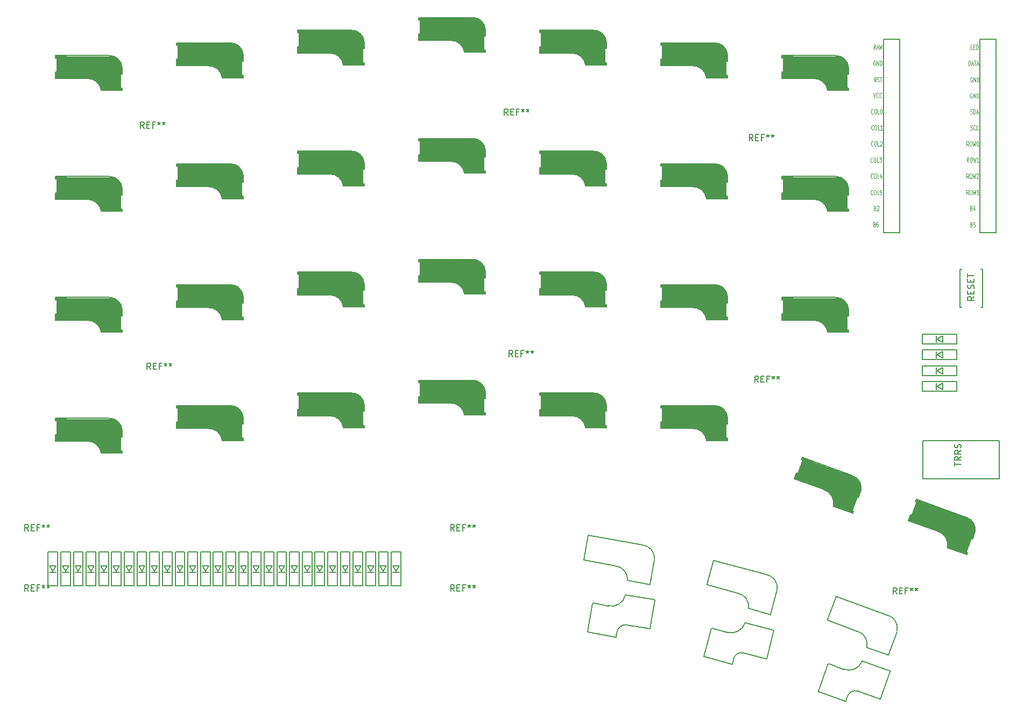
<source format=gto>
%TF.GenerationSoftware,KiCad,Pcbnew,(5.1.6-0-10_14)*%
%TF.CreationDate,2020-07-06T11:25:28+02:00*%
%TF.ProjectId,splitkb,73706c69-746b-4622-9e6b-696361645f70,rev?*%
%TF.SameCoordinates,Original*%
%TF.FileFunction,Legend,Top*%
%TF.FilePolarity,Positive*%
%FSLAX46Y46*%
G04 Gerber Fmt 4.6, Leading zero omitted, Abs format (unit mm)*
G04 Created by KiCad (PCBNEW (5.1.6-0-10_14)) date 2020-07-06 11:25:28*
%MOMM*%
%LPD*%
G01*
G04 APERTURE LIST*
%ADD10C,0.300000*%
%ADD11C,0.800000*%
%ADD12C,3.000000*%
%ADD13C,0.500000*%
%ADD14C,1.000000*%
%ADD15C,3.500000*%
%ADD16C,0.150000*%
%ADD17C,0.400000*%
%ADD18C,0.125000*%
G04 APERTURE END LIST*
D10*
%TO.C,SW9*%
X91899999Y-45150000D02*
X91900000Y-44250001D01*
D11*
X91400000Y-47350000D02*
X91400000Y-45550000D01*
D12*
X90270000Y-43850000D02*
X90270000Y-46090000D01*
D13*
X81800000Y-45650000D02*
X83200000Y-45650000D01*
D14*
X82200000Y-42950000D02*
X82200000Y-45450000D01*
D15*
X83500000Y-44150000D02*
X90200000Y-44150000D01*
D16*
X81500000Y-45950000D02*
X81500000Y-44950000D01*
X81500000Y-44950000D02*
X81700000Y-44950000D01*
X81720000Y-44950000D02*
X81720000Y-42700000D01*
X81700000Y-42700000D02*
X81500000Y-42700000D01*
X92000000Y-45250000D02*
X91800000Y-45250000D01*
X91770000Y-45250000D02*
X91770000Y-47490000D01*
X91800000Y-47490000D02*
X92000000Y-47490000D01*
X92000000Y-47850000D02*
X92000000Y-47490000D01*
X92000000Y-44250000D02*
X92000000Y-45250000D01*
X92000000Y-47850000D02*
X88720000Y-47850000D01*
X86500000Y-45950000D02*
X81500000Y-45950000D01*
X81500000Y-42350000D02*
X89900000Y-42349999D01*
X81500000Y-42700000D02*
X81500000Y-42350000D01*
D13*
X91800000Y-47650000D02*
X89100000Y-47650000D01*
D17*
X81700000Y-42550000D02*
X83100000Y-42550000D01*
X81700000Y-45050000D02*
X81700000Y-45750000D01*
D14*
X89116318Y-47428529D02*
G75*
G03*
X86900000Y-45550000I-2151318J-291471D01*
G01*
D16*
X92000001Y-44250000D02*
G75*
G03*
X89900000Y-42349999I-2000001J-100000D01*
G01*
X88716318Y-47828529D02*
G75*
G03*
X86500000Y-45950000I-2151318J-291471D01*
G01*
D17*
%TO.C,SW30*%
X157900000Y-87150000D02*
X157900000Y-87850000D01*
X157900000Y-84650000D02*
X159300000Y-84650000D01*
D13*
X168000000Y-89750000D02*
X165300000Y-89750000D01*
D16*
X157700000Y-84800000D02*
X157700000Y-84450000D01*
X157700000Y-84450000D02*
X166100000Y-84449999D01*
X162700000Y-88050000D02*
X157700000Y-88050000D01*
X168200000Y-89950000D02*
X164920000Y-89950000D01*
X168200000Y-86350000D02*
X168200000Y-87350000D01*
X168200000Y-89950000D02*
X168200000Y-89590000D01*
X168000000Y-89590000D02*
X168200000Y-89590000D01*
X167970000Y-87350000D02*
X167970000Y-89590000D01*
X168200000Y-87350000D02*
X168000000Y-87350000D01*
X157900000Y-84800000D02*
X157700000Y-84800000D01*
X157920000Y-87050000D02*
X157920000Y-84800000D01*
X157700000Y-87050000D02*
X157900000Y-87050000D01*
X157700000Y-88050000D02*
X157700000Y-87050000D01*
D15*
X159700000Y-86250000D02*
X166400000Y-86250000D01*
D14*
X158400000Y-85050000D02*
X158400000Y-87550000D01*
D13*
X158000000Y-87750000D02*
X159400000Y-87750000D01*
D12*
X166470000Y-85950000D02*
X166470000Y-88190000D01*
D11*
X167600000Y-89450000D02*
X167600000Y-87650000D01*
D10*
X168099999Y-87250000D02*
X168100000Y-86350001D01*
D16*
X164916318Y-89928529D02*
G75*
G03*
X162700000Y-88050000I-2151318J-291471D01*
G01*
X168200001Y-86350000D02*
G75*
G03*
X166100000Y-84449999I-2000001J-100000D01*
G01*
D14*
X165316318Y-89528529D02*
G75*
G03*
X163100000Y-87650000I-2151318J-291471D01*
G01*
D10*
%TO.C,SW2*%
X53799999Y-68200000D02*
X53800000Y-67300001D01*
D11*
X53300000Y-70400000D02*
X53300000Y-68600000D01*
D12*
X52170000Y-66900000D02*
X52170000Y-69140000D01*
D13*
X43700000Y-68700000D02*
X45100000Y-68700000D01*
D14*
X44100000Y-66000000D02*
X44100000Y-68500000D01*
D15*
X45400000Y-67200000D02*
X52100000Y-67200000D01*
D16*
X43400000Y-69000000D02*
X43400000Y-68000000D01*
X43400000Y-68000000D02*
X43600000Y-68000000D01*
X43620000Y-68000000D02*
X43620000Y-65750000D01*
X43600000Y-65750000D02*
X43400000Y-65750000D01*
X53900000Y-68300000D02*
X53700000Y-68300000D01*
X53670000Y-68300000D02*
X53670000Y-70540000D01*
X53700000Y-70540000D02*
X53900000Y-70540000D01*
X53900000Y-70900000D02*
X53900000Y-70540000D01*
X53900000Y-67300000D02*
X53900000Y-68300000D01*
X53900000Y-70900000D02*
X50620000Y-70900000D01*
X48400000Y-69000000D02*
X43400000Y-69000000D01*
X43400000Y-65400000D02*
X51800000Y-65399999D01*
X43400000Y-65750000D02*
X43400000Y-65400000D01*
D13*
X53700000Y-70700000D02*
X51000000Y-70700000D01*
D17*
X43600000Y-65600000D02*
X45000000Y-65600000D01*
X43600000Y-68100000D02*
X43600000Y-68800000D01*
D14*
X51016318Y-70478529D02*
G75*
G03*
X48800000Y-68600000I-2151318J-291471D01*
G01*
D16*
X53900001Y-67300000D02*
G75*
G03*
X51800000Y-65399999I-2000001J-100000D01*
G01*
X50616318Y-70878529D02*
G75*
G03*
X48400000Y-69000000I-2151318J-291471D01*
G01*
%TO.C,SW17*%
X136972916Y-129676866D02*
X133417760Y-129049996D01*
X137659521Y-125782936D02*
X136974479Y-129668003D01*
X127264425Y-121965857D02*
X135758392Y-123463572D01*
X126585808Y-125814485D02*
X127264425Y-121965857D01*
X126577820Y-125859787D02*
X131543111Y-126782011D01*
X127141306Y-137204994D02*
X131622181Y-137995093D01*
X127948770Y-132625638D02*
X130460030Y-133068441D01*
X133107114Y-131301255D02*
X137735710Y-132117401D01*
X133210597Y-136041235D02*
X136928246Y-136696757D01*
X127919809Y-132645917D02*
X127121027Y-137176033D01*
X137731369Y-132142021D02*
X136957208Y-136676478D01*
X131753000Y-137281976D02*
X131631447Y-137971341D01*
X137660844Y-125712090D02*
G75*
G03*
X135758392Y-123463572I-2075485J173033D01*
G01*
X133417003Y-129025493D02*
G75*
G03*
X131517797Y-126781609I-2071545J172339D01*
G01*
X133097848Y-131325007D02*
G75*
G02*
X130387038Y-133050493I-2218148J492662D01*
G01*
X131761683Y-137232735D02*
G75*
G02*
X133209729Y-136046159I1317311J-130735D01*
G01*
%TO.C,D1*%
X43750000Y-124525000D02*
X42250000Y-124525000D01*
X43750000Y-129925000D02*
X43750000Y-124525000D01*
X42250000Y-129925000D02*
X43750000Y-129925000D01*
X42250000Y-124525000D02*
X42250000Y-129925000D01*
X42500000Y-127725000D02*
X43500000Y-127725000D01*
X43500000Y-126725000D02*
X43000000Y-127625000D01*
X42500000Y-126725000D02*
X43500000Y-126725000D01*
X43000000Y-127625000D02*
X42500000Y-126725000D01*
%TO.C,D2*%
X45000000Y-127625000D02*
X44500000Y-126725000D01*
X44500000Y-126725000D02*
X45500000Y-126725000D01*
X45500000Y-126725000D02*
X45000000Y-127625000D01*
X44500000Y-127725000D02*
X45500000Y-127725000D01*
X44250000Y-124525000D02*
X44250000Y-129925000D01*
X44250000Y-129925000D02*
X45750000Y-129925000D01*
X45750000Y-129925000D02*
X45750000Y-124525000D01*
X45750000Y-124525000D02*
X44250000Y-124525000D01*
%TO.C,D3*%
X47750000Y-124525000D02*
X46250000Y-124525000D01*
X47750000Y-129925000D02*
X47750000Y-124525000D01*
X46250000Y-129925000D02*
X47750000Y-129925000D01*
X46250000Y-124525000D02*
X46250000Y-129925000D01*
X46500000Y-127725000D02*
X47500000Y-127725000D01*
X47500000Y-126725000D02*
X47000000Y-127625000D01*
X46500000Y-126725000D02*
X47500000Y-126725000D01*
X47000000Y-127625000D02*
X46500000Y-126725000D01*
%TO.C,D4*%
X49750000Y-124525000D02*
X48250000Y-124525000D01*
X49750000Y-129925000D02*
X49750000Y-124525000D01*
X48250000Y-129925000D02*
X49750000Y-129925000D01*
X48250000Y-124525000D02*
X48250000Y-129925000D01*
X48500000Y-127725000D02*
X49500000Y-127725000D01*
X49500000Y-126725000D02*
X49000000Y-127625000D01*
X48500000Y-126725000D02*
X49500000Y-126725000D01*
X49000000Y-127625000D02*
X48500000Y-126725000D01*
%TO.C,D5*%
X51000000Y-127625000D02*
X50500000Y-126725000D01*
X50500000Y-126725000D02*
X51500000Y-126725000D01*
X51500000Y-126725000D02*
X51000000Y-127625000D01*
X50500000Y-127725000D02*
X51500000Y-127725000D01*
X50250000Y-124525000D02*
X50250000Y-129925000D01*
X50250000Y-129925000D02*
X51750000Y-129925000D01*
X51750000Y-129925000D02*
X51750000Y-124525000D01*
X51750000Y-124525000D02*
X50250000Y-124525000D01*
%TO.C,D6*%
X53750000Y-124525000D02*
X52250000Y-124525000D01*
X53750000Y-129925000D02*
X53750000Y-124525000D01*
X52250000Y-129925000D02*
X53750000Y-129925000D01*
X52250000Y-124525000D02*
X52250000Y-129925000D01*
X52500000Y-127725000D02*
X53500000Y-127725000D01*
X53500000Y-126725000D02*
X53000000Y-127625000D01*
X52500000Y-126725000D02*
X53500000Y-126725000D01*
X53000000Y-127625000D02*
X52500000Y-126725000D01*
%TO.C,D7*%
X55750000Y-124525000D02*
X54250000Y-124525000D01*
X55750000Y-129925000D02*
X55750000Y-124525000D01*
X54250000Y-129925000D02*
X55750000Y-129925000D01*
X54250000Y-124525000D02*
X54250000Y-129925000D01*
X54500000Y-127725000D02*
X55500000Y-127725000D01*
X55500000Y-126725000D02*
X55000000Y-127625000D01*
X54500000Y-126725000D02*
X55500000Y-126725000D01*
X55000000Y-127625000D02*
X54500000Y-126725000D01*
%TO.C,D8*%
X57000000Y-127625000D02*
X56500000Y-126725000D01*
X56500000Y-126725000D02*
X57500000Y-126725000D01*
X57500000Y-126725000D02*
X57000000Y-127625000D01*
X56500000Y-127725000D02*
X57500000Y-127725000D01*
X56250000Y-124525000D02*
X56250000Y-129925000D01*
X56250000Y-129925000D02*
X57750000Y-129925000D01*
X57750000Y-129925000D02*
X57750000Y-124525000D01*
X57750000Y-124525000D02*
X56250000Y-124525000D01*
%TO.C,D9*%
X59000000Y-127625000D02*
X58500000Y-126725000D01*
X58500000Y-126725000D02*
X59500000Y-126725000D01*
X59500000Y-126725000D02*
X59000000Y-127625000D01*
X58500000Y-127725000D02*
X59500000Y-127725000D01*
X58250000Y-124525000D02*
X58250000Y-129925000D01*
X58250000Y-129925000D02*
X59750000Y-129925000D01*
X59750000Y-129925000D02*
X59750000Y-124525000D01*
X59750000Y-124525000D02*
X58250000Y-124525000D01*
%TO.C,D10*%
X61750000Y-124525000D02*
X60250000Y-124525000D01*
X61750000Y-129925000D02*
X61750000Y-124525000D01*
X60250000Y-129925000D02*
X61750000Y-129925000D01*
X60250000Y-124525000D02*
X60250000Y-129925000D01*
X60500000Y-127725000D02*
X61500000Y-127725000D01*
X61500000Y-126725000D02*
X61000000Y-127625000D01*
X60500000Y-126725000D02*
X61500000Y-126725000D01*
X61000000Y-127625000D02*
X60500000Y-126725000D01*
%TO.C,D11*%
X63000000Y-127625000D02*
X62500000Y-126725000D01*
X62500000Y-126725000D02*
X63500000Y-126725000D01*
X63500000Y-126725000D02*
X63000000Y-127625000D01*
X62500000Y-127725000D02*
X63500000Y-127725000D01*
X62250000Y-124525000D02*
X62250000Y-129925000D01*
X62250000Y-129925000D02*
X63750000Y-129925000D01*
X63750000Y-129925000D02*
X63750000Y-124525000D01*
X63750000Y-124525000D02*
X62250000Y-124525000D01*
%TO.C,D12*%
X65750000Y-124525000D02*
X64250000Y-124525000D01*
X65750000Y-129925000D02*
X65750000Y-124525000D01*
X64250000Y-129925000D02*
X65750000Y-129925000D01*
X64250000Y-124525000D02*
X64250000Y-129925000D01*
X64500000Y-127725000D02*
X65500000Y-127725000D01*
X65500000Y-126725000D02*
X65000000Y-127625000D01*
X64500000Y-126725000D02*
X65500000Y-126725000D01*
X65000000Y-127625000D02*
X64500000Y-126725000D01*
%TO.C,D13*%
X67000000Y-127625000D02*
X66500000Y-126725000D01*
X66500000Y-126725000D02*
X67500000Y-126725000D01*
X67500000Y-126725000D02*
X67000000Y-127625000D01*
X66500000Y-127725000D02*
X67500000Y-127725000D01*
X66250000Y-124525000D02*
X66250000Y-129925000D01*
X66250000Y-129925000D02*
X67750000Y-129925000D01*
X67750000Y-129925000D02*
X67750000Y-124525000D01*
X67750000Y-124525000D02*
X66250000Y-124525000D01*
%TO.C,D14*%
X69750000Y-124525000D02*
X68250000Y-124525000D01*
X69750000Y-129925000D02*
X69750000Y-124525000D01*
X68250000Y-129925000D02*
X69750000Y-129925000D01*
X68250000Y-124525000D02*
X68250000Y-129925000D01*
X68500000Y-127725000D02*
X69500000Y-127725000D01*
X69500000Y-126725000D02*
X69000000Y-127625000D01*
X68500000Y-126725000D02*
X69500000Y-126725000D01*
X69000000Y-127625000D02*
X68500000Y-126725000D01*
%TO.C,D15*%
X71750000Y-124525000D02*
X70250000Y-124525000D01*
X71750000Y-129925000D02*
X71750000Y-124525000D01*
X70250000Y-129925000D02*
X71750000Y-129925000D01*
X70250000Y-124525000D02*
X70250000Y-129925000D01*
X70500000Y-127725000D02*
X71500000Y-127725000D01*
X71500000Y-126725000D02*
X71000000Y-127625000D01*
X70500000Y-126725000D02*
X71500000Y-126725000D01*
X71000000Y-127625000D02*
X70500000Y-126725000D01*
%TO.C,D16*%
X73000000Y-127625000D02*
X72500000Y-126725000D01*
X72500000Y-126725000D02*
X73500000Y-126725000D01*
X73500000Y-126725000D02*
X73000000Y-127625000D01*
X72500000Y-127725000D02*
X73500000Y-127725000D01*
X72250000Y-124525000D02*
X72250000Y-129925000D01*
X72250000Y-129925000D02*
X73750000Y-129925000D01*
X73750000Y-129925000D02*
X73750000Y-124525000D01*
X73750000Y-124525000D02*
X72250000Y-124525000D01*
%TO.C,D17*%
X182100000Y-98500000D02*
X183000000Y-98000000D01*
X183000000Y-98000000D02*
X183000000Y-99000000D01*
X183000000Y-99000000D02*
X182100000Y-98500000D01*
X182000000Y-98000000D02*
X182000000Y-99000000D01*
X185200000Y-97750000D02*
X179800000Y-97750000D01*
X179800000Y-97750000D02*
X179800000Y-99250000D01*
X179800000Y-99250000D02*
X185200000Y-99250000D01*
X185200000Y-99250000D02*
X185200000Y-97750000D01*
%TO.C,D18*%
X75000000Y-127625000D02*
X74500000Y-126725000D01*
X74500000Y-126725000D02*
X75500000Y-126725000D01*
X75500000Y-126725000D02*
X75000000Y-127625000D01*
X74500000Y-127725000D02*
X75500000Y-127725000D01*
X74250000Y-124525000D02*
X74250000Y-129925000D01*
X74250000Y-129925000D02*
X75750000Y-129925000D01*
X75750000Y-129925000D02*
X75750000Y-124525000D01*
X75750000Y-124525000D02*
X74250000Y-124525000D01*
%TO.C,D19*%
X77750000Y-124525000D02*
X76250000Y-124525000D01*
X77750000Y-129925000D02*
X77750000Y-124525000D01*
X76250000Y-129925000D02*
X77750000Y-129925000D01*
X76250000Y-124525000D02*
X76250000Y-129925000D01*
X76500000Y-127725000D02*
X77500000Y-127725000D01*
X77500000Y-126725000D02*
X77000000Y-127625000D01*
X76500000Y-126725000D02*
X77500000Y-126725000D01*
X77000000Y-127625000D02*
X76500000Y-126725000D01*
%TO.C,D20*%
X79000000Y-127625000D02*
X78500000Y-126725000D01*
X78500000Y-126725000D02*
X79500000Y-126725000D01*
X79500000Y-126725000D02*
X79000000Y-127625000D01*
X78500000Y-127725000D02*
X79500000Y-127725000D01*
X78250000Y-124525000D02*
X78250000Y-129925000D01*
X78250000Y-129925000D02*
X79750000Y-129925000D01*
X79750000Y-129925000D02*
X79750000Y-124525000D01*
X79750000Y-124525000D02*
X78250000Y-124525000D01*
%TO.C,D21*%
X81750000Y-124525000D02*
X80250000Y-124525000D01*
X81750000Y-129925000D02*
X81750000Y-124525000D01*
X80250000Y-129925000D02*
X81750000Y-129925000D01*
X80250000Y-124525000D02*
X80250000Y-129925000D01*
X80500000Y-127725000D02*
X81500000Y-127725000D01*
X81500000Y-126725000D02*
X81000000Y-127625000D01*
X80500000Y-126725000D02*
X81500000Y-126725000D01*
X81000000Y-127625000D02*
X80500000Y-126725000D01*
%TO.C,D22*%
X182100000Y-96000000D02*
X183000000Y-95500000D01*
X183000000Y-95500000D02*
X183000000Y-96500000D01*
X183000000Y-96500000D02*
X182100000Y-96000000D01*
X182000000Y-95500000D02*
X182000000Y-96500000D01*
X185200000Y-95250000D02*
X179800000Y-95250000D01*
X179800000Y-95250000D02*
X179800000Y-96750000D01*
X179800000Y-96750000D02*
X185200000Y-96750000D01*
X185200000Y-96750000D02*
X185200000Y-95250000D01*
%TO.C,D23*%
X83750000Y-124525000D02*
X82250000Y-124525000D01*
X83750000Y-129925000D02*
X83750000Y-124525000D01*
X82250000Y-129925000D02*
X83750000Y-129925000D01*
X82250000Y-124525000D02*
X82250000Y-129925000D01*
X82500000Y-127725000D02*
X83500000Y-127725000D01*
X83500000Y-126725000D02*
X83000000Y-127625000D01*
X82500000Y-126725000D02*
X83500000Y-126725000D01*
X83000000Y-127625000D02*
X82500000Y-126725000D01*
%TO.C,D24*%
X85000000Y-127625000D02*
X84500000Y-126725000D01*
X84500000Y-126725000D02*
X85500000Y-126725000D01*
X85500000Y-126725000D02*
X85000000Y-127625000D01*
X84500000Y-127725000D02*
X85500000Y-127725000D01*
X84250000Y-124525000D02*
X84250000Y-129925000D01*
X84250000Y-129925000D02*
X85750000Y-129925000D01*
X85750000Y-129925000D02*
X85750000Y-124525000D01*
X85750000Y-124525000D02*
X84250000Y-124525000D01*
%TO.C,D25*%
X87750000Y-124525000D02*
X86250000Y-124525000D01*
X87750000Y-129925000D02*
X87750000Y-124525000D01*
X86250000Y-129925000D02*
X87750000Y-129925000D01*
X86250000Y-124525000D02*
X86250000Y-129925000D01*
X86500000Y-127725000D02*
X87500000Y-127725000D01*
X87500000Y-126725000D02*
X87000000Y-127625000D01*
X86500000Y-126725000D02*
X87500000Y-126725000D01*
X87000000Y-127625000D02*
X86500000Y-126725000D01*
%TO.C,D26*%
X89000000Y-127625000D02*
X88500000Y-126725000D01*
X88500000Y-126725000D02*
X89500000Y-126725000D01*
X89500000Y-126725000D02*
X89000000Y-127625000D01*
X88500000Y-127725000D02*
X89500000Y-127725000D01*
X88250000Y-124525000D02*
X88250000Y-129925000D01*
X88250000Y-129925000D02*
X89750000Y-129925000D01*
X89750000Y-129925000D02*
X89750000Y-124525000D01*
X89750000Y-124525000D02*
X88250000Y-124525000D01*
%TO.C,D27*%
X185200000Y-94250000D02*
X185200000Y-92750000D01*
X179800000Y-94250000D02*
X185200000Y-94250000D01*
X179800000Y-92750000D02*
X179800000Y-94250000D01*
X185200000Y-92750000D02*
X179800000Y-92750000D01*
X182000000Y-93000000D02*
X182000000Y-94000000D01*
X183000000Y-94000000D02*
X182100000Y-93500000D01*
X183000000Y-93000000D02*
X183000000Y-94000000D01*
X182100000Y-93500000D02*
X183000000Y-93000000D01*
%TO.C,D28*%
X91750000Y-124525000D02*
X90250000Y-124525000D01*
X91750000Y-129925000D02*
X91750000Y-124525000D01*
X90250000Y-129925000D02*
X91750000Y-129925000D01*
X90250000Y-124525000D02*
X90250000Y-129925000D01*
X90500000Y-127725000D02*
X91500000Y-127725000D01*
X91500000Y-126725000D02*
X91000000Y-127625000D01*
X90500000Y-126725000D02*
X91500000Y-126725000D01*
X91000000Y-127625000D02*
X90500000Y-126725000D01*
%TO.C,D29*%
X93000000Y-127625000D02*
X92500000Y-126725000D01*
X92500000Y-126725000D02*
X93500000Y-126725000D01*
X93500000Y-126725000D02*
X93000000Y-127625000D01*
X92500000Y-127725000D02*
X93500000Y-127725000D01*
X92250000Y-124525000D02*
X92250000Y-129925000D01*
X92250000Y-129925000D02*
X93750000Y-129925000D01*
X93750000Y-129925000D02*
X93750000Y-124525000D01*
X93750000Y-124525000D02*
X92250000Y-124525000D01*
%TO.C,D30*%
X95000000Y-127625000D02*
X94500000Y-126725000D01*
X94500000Y-126725000D02*
X95500000Y-126725000D01*
X95500000Y-126725000D02*
X95000000Y-127625000D01*
X94500000Y-127725000D02*
X95500000Y-127725000D01*
X94250000Y-124525000D02*
X94250000Y-129925000D01*
X94250000Y-129925000D02*
X95750000Y-129925000D01*
X95750000Y-129925000D02*
X95750000Y-124525000D01*
X95750000Y-124525000D02*
X94250000Y-124525000D01*
%TO.C,D31*%
X97750000Y-124525000D02*
X96250000Y-124525000D01*
X97750000Y-129925000D02*
X97750000Y-124525000D01*
X96250000Y-129925000D02*
X97750000Y-129925000D01*
X96250000Y-124525000D02*
X96250000Y-129925000D01*
X96500000Y-127725000D02*
X97500000Y-127725000D01*
X97500000Y-126725000D02*
X97000000Y-127625000D01*
X96500000Y-126725000D02*
X97500000Y-126725000D01*
X97000000Y-127625000D02*
X96500000Y-126725000D01*
%TO.C,D32*%
X182100000Y-91000000D02*
X183000000Y-90500000D01*
X183000000Y-90500000D02*
X183000000Y-91500000D01*
X183000000Y-91500000D02*
X182100000Y-91000000D01*
X182000000Y-90500000D02*
X182000000Y-91500000D01*
X185200000Y-90250000D02*
X179800000Y-90250000D01*
X179800000Y-90250000D02*
X179800000Y-91750000D01*
X179800000Y-91750000D02*
X185200000Y-91750000D01*
X185200000Y-91750000D02*
X185200000Y-90250000D01*
%TO.C,K1*%
X186000000Y-80000000D02*
X185750000Y-80000000D01*
X185750000Y-80000000D02*
X185750000Y-86000000D01*
X185750000Y-86000000D02*
X186000000Y-86000000D01*
X189000000Y-86000000D02*
X189250000Y-86000000D01*
X189250000Y-86000000D02*
X189250000Y-80000000D01*
X189250000Y-80000000D02*
X189000000Y-80000000D01*
%TO.C,SW22*%
X150061168Y-141534551D02*
X149879995Y-142210699D01*
X156464764Y-136935205D02*
X155298344Y-141384934D01*
X146646622Y-136582049D02*
X145456054Y-141025308D01*
X151621356Y-140425570D02*
X155267726Y-141402612D01*
X151931383Y-135694607D02*
X156471234Y-136911057D01*
X146677241Y-136564372D02*
X149140352Y-137224360D01*
X145473732Y-141055927D02*
X149868695Y-142233553D01*
X145901190Y-129704780D02*
X150767210Y-131056249D01*
X145913096Y-129660347D02*
X146924561Y-125885509D01*
X146924561Y-125885509D02*
X155255671Y-128117824D01*
X156947420Y-130594056D02*
X155926379Y-134404633D01*
X155924049Y-134413327D02*
X152437057Y-133478990D01*
X150074109Y-141486254D02*
G75*
G02*
X151620062Y-140430399I1300904J-245049D01*
G01*
X151920083Y-135717461D02*
G75*
G02*
X149069201Y-137200119I-2166770J684112D01*
G01*
X152438439Y-133454514D02*
G75*
G03*
X150742027Y-131053642I-2048642J352230D01*
G01*
X156954911Y-130523594D02*
G75*
G03*
X155255671Y-128117824I-2052505J353265D01*
G01*
%TO.C,SW27*%
X174438575Y-140844358D02*
X171046285Y-139609666D01*
X175790923Y-137128814D02*
X174441653Y-140835901D01*
X166216580Y-131564635D02*
X174321429Y-134514558D01*
X164879966Y-135236953D02*
X166216580Y-131564635D01*
X164864233Y-135280179D02*
X169593948Y-137050607D01*
X163449084Y-146550876D02*
X167724685Y-148107068D01*
X165039477Y-142181305D02*
X167435693Y-143053457D01*
X170349431Y-141772779D02*
X174765986Y-143380274D01*
X169628253Y-146458719D02*
X173175592Y-147749845D01*
X165007434Y-142196247D02*
X163434142Y-146518833D01*
X174757436Y-143403766D02*
X173207635Y-147734903D01*
X167977348Y-147427501D02*
X167737934Y-148085285D01*
X175804528Y-137059273D02*
G75*
G03*
X174321429Y-134514558I-2013907J530808D01*
G01*
X171049795Y-139585403D02*
G75*
G03*
X169569087Y-137045815I-2010148J529440D01*
G01*
X170336183Y-141794561D02*
G75*
G02*
X167366927Y-143023107I-2098901J870355D01*
G01*
X167994449Y-147380515D02*
G75*
G02*
X169626543Y-146463417I1274596J-357498D01*
G01*
%TO.C,U1*%
X188886400Y-74232000D02*
X188886400Y-43752000D01*
X191426400Y-74232000D02*
X188886400Y-74232000D01*
X191426400Y-43752000D02*
X191426400Y-74232000D01*
X188886400Y-43752000D02*
X191426400Y-43752000D01*
X173666400Y-74232000D02*
X173666400Y-43752000D01*
X176206400Y-74232000D02*
X173666400Y-74232000D01*
X176206400Y-43752000D02*
X176206400Y-74232000D01*
X173666400Y-43752000D02*
X176206400Y-43752000D01*
%TO.C,J1*%
X191900000Y-107000000D02*
X191900000Y-113000000D01*
X191900000Y-113000000D02*
X179900000Y-113000000D01*
X179900000Y-113000000D02*
X179900000Y-107000000D01*
X179900000Y-107000000D02*
X191900000Y-107000000D01*
D10*
%TO.C,SW1*%
X53799999Y-49150000D02*
X53800000Y-48250001D01*
D11*
X53300000Y-51350000D02*
X53300000Y-49550000D01*
D12*
X52170000Y-47850000D02*
X52170000Y-50090000D01*
D13*
X43700000Y-49650000D02*
X45100000Y-49650000D01*
D14*
X44100000Y-46950000D02*
X44100000Y-49450000D01*
D15*
X45400000Y-48150000D02*
X52100000Y-48150000D01*
D16*
X43400000Y-49950000D02*
X43400000Y-48950000D01*
X43400000Y-48950000D02*
X43600000Y-48950000D01*
X43620000Y-48950000D02*
X43620000Y-46700000D01*
X43600000Y-46700000D02*
X43400000Y-46700000D01*
X53900000Y-49250000D02*
X53700000Y-49250000D01*
X53670000Y-49250000D02*
X53670000Y-51490000D01*
X53700000Y-51490000D02*
X53900000Y-51490000D01*
X53900000Y-51850000D02*
X53900000Y-51490000D01*
X53900000Y-48250000D02*
X53900000Y-49250000D01*
X53900000Y-51850000D02*
X50620000Y-51850000D01*
X48400000Y-49950000D02*
X43400000Y-49950000D01*
X43400000Y-46350000D02*
X51800000Y-46349999D01*
X43400000Y-46700000D02*
X43400000Y-46350000D01*
D13*
X53700000Y-51650000D02*
X51000000Y-51650000D01*
D17*
X43600000Y-46550000D02*
X45000000Y-46550000D01*
X43600000Y-49050000D02*
X43600000Y-49750000D01*
D14*
X51016318Y-51428529D02*
G75*
G03*
X48800000Y-49550000I-2151318J-291471D01*
G01*
D16*
X53900001Y-48250000D02*
G75*
G03*
X51800000Y-46349999I-2000001J-100000D01*
G01*
X50616318Y-51828529D02*
G75*
G03*
X48400000Y-49950000I-2151318J-291471D01*
G01*
D10*
%TO.C,SW3*%
X53799999Y-87250000D02*
X53800000Y-86350001D01*
D11*
X53300000Y-89450000D02*
X53300000Y-87650000D01*
D12*
X52170000Y-85950000D02*
X52170000Y-88190000D01*
D13*
X43700000Y-87750000D02*
X45100000Y-87750000D01*
D14*
X44100000Y-85050000D02*
X44100000Y-87550000D01*
D15*
X45400000Y-86250000D02*
X52100000Y-86250000D01*
D16*
X43400000Y-88050000D02*
X43400000Y-87050000D01*
X43400000Y-87050000D02*
X43600000Y-87050000D01*
X43620000Y-87050000D02*
X43620000Y-84800000D01*
X43600000Y-84800000D02*
X43400000Y-84800000D01*
X53900000Y-87350000D02*
X53700000Y-87350000D01*
X53670000Y-87350000D02*
X53670000Y-89590000D01*
X53700000Y-89590000D02*
X53900000Y-89590000D01*
X53900000Y-89950000D02*
X53900000Y-89590000D01*
X53900000Y-86350000D02*
X53900000Y-87350000D01*
X53900000Y-89950000D02*
X50620000Y-89950000D01*
X48400000Y-88050000D02*
X43400000Y-88050000D01*
X43400000Y-84450000D02*
X51800000Y-84449999D01*
X43400000Y-84800000D02*
X43400000Y-84450000D01*
D13*
X53700000Y-89750000D02*
X51000000Y-89750000D01*
D17*
X43600000Y-84650000D02*
X45000000Y-84650000D01*
X43600000Y-87150000D02*
X43600000Y-87850000D01*
D14*
X51016318Y-89528529D02*
G75*
G03*
X48800000Y-87650000I-2151318J-291471D01*
G01*
D16*
X53900001Y-86350000D02*
G75*
G03*
X51800000Y-84449999I-2000001J-100000D01*
G01*
X50616318Y-89928529D02*
G75*
G03*
X48400000Y-88050000I-2151318J-291471D01*
G01*
D17*
%TO.C,SW4*%
X43600000Y-106200000D02*
X43600000Y-106900000D01*
X43600000Y-103700000D02*
X45000000Y-103700000D01*
D13*
X53700000Y-108800000D02*
X51000000Y-108800000D01*
D16*
X43400000Y-103850000D02*
X43400000Y-103500000D01*
X43400000Y-103500000D02*
X51800000Y-103499999D01*
X48400000Y-107100000D02*
X43400000Y-107100000D01*
X53900000Y-109000000D02*
X50620000Y-109000000D01*
X53900000Y-105400000D02*
X53900000Y-106400000D01*
X53900000Y-109000000D02*
X53900000Y-108640000D01*
X53700000Y-108640000D02*
X53900000Y-108640000D01*
X53670000Y-106400000D02*
X53670000Y-108640000D01*
X53900000Y-106400000D02*
X53700000Y-106400000D01*
X43600000Y-103850000D02*
X43400000Y-103850000D01*
X43620000Y-106100000D02*
X43620000Y-103850000D01*
X43400000Y-106100000D02*
X43600000Y-106100000D01*
X43400000Y-107100000D02*
X43400000Y-106100000D01*
D15*
X45400000Y-105300000D02*
X52100000Y-105300000D01*
D14*
X44100000Y-104100000D02*
X44100000Y-106600000D01*
D13*
X43700000Y-106800000D02*
X45100000Y-106800000D01*
D12*
X52170000Y-105000000D02*
X52170000Y-107240000D01*
D11*
X53300000Y-108500000D02*
X53300000Y-106700000D01*
D10*
X53799999Y-106300000D02*
X53800000Y-105400001D01*
D16*
X50616318Y-108978529D02*
G75*
G03*
X48400000Y-107100000I-2151318J-291471D01*
G01*
X53900001Y-105400000D02*
G75*
G03*
X51800000Y-103499999I-2000001J-100000D01*
G01*
D14*
X51016318Y-108578529D02*
G75*
G03*
X48800000Y-106700000I-2151318J-291471D01*
G01*
D17*
%TO.C,SW5*%
X62650000Y-47050000D02*
X62650000Y-47750000D01*
X62650000Y-44550000D02*
X64050000Y-44550000D01*
D13*
X72750000Y-49650000D02*
X70050000Y-49650000D01*
D16*
X62450000Y-44700000D02*
X62450000Y-44350000D01*
X62450000Y-44350000D02*
X70850000Y-44349999D01*
X67450000Y-47950000D02*
X62450000Y-47950000D01*
X72950000Y-49850000D02*
X69670000Y-49850000D01*
X72950000Y-46250000D02*
X72950000Y-47250000D01*
X72950000Y-49850000D02*
X72950000Y-49490000D01*
X72750000Y-49490000D02*
X72950000Y-49490000D01*
X72720000Y-47250000D02*
X72720000Y-49490000D01*
X72950000Y-47250000D02*
X72750000Y-47250000D01*
X62650000Y-44700000D02*
X62450000Y-44700000D01*
X62670000Y-46950000D02*
X62670000Y-44700000D01*
X62450000Y-46950000D02*
X62650000Y-46950000D01*
X62450000Y-47950000D02*
X62450000Y-46950000D01*
D15*
X64450000Y-46150000D02*
X71150000Y-46150000D01*
D14*
X63150000Y-44950000D02*
X63150000Y-47450000D01*
D13*
X62750000Y-47650000D02*
X64150000Y-47650000D01*
D12*
X71220000Y-45850000D02*
X71220000Y-48090000D01*
D11*
X72350000Y-49350000D02*
X72350000Y-47550000D01*
D10*
X72849999Y-47150000D02*
X72850000Y-46250001D01*
D16*
X69666318Y-49828529D02*
G75*
G03*
X67450000Y-47950000I-2151318J-291471D01*
G01*
X72950001Y-46250000D02*
G75*
G03*
X70850000Y-44349999I-2000001J-100000D01*
G01*
D14*
X70066318Y-49428529D02*
G75*
G03*
X67850000Y-47550000I-2151318J-291471D01*
G01*
D17*
%TO.C,SW6*%
X62650000Y-66100000D02*
X62650000Y-66800000D01*
X62650000Y-63600000D02*
X64050000Y-63600000D01*
D13*
X72750000Y-68700000D02*
X70050000Y-68700000D01*
D16*
X62450000Y-63750000D02*
X62450000Y-63400000D01*
X62450000Y-63400000D02*
X70850000Y-63399999D01*
X67450000Y-67000000D02*
X62450000Y-67000000D01*
X72950000Y-68900000D02*
X69670000Y-68900000D01*
X72950000Y-65300000D02*
X72950000Y-66300000D01*
X72950000Y-68900000D02*
X72950000Y-68540000D01*
X72750000Y-68540000D02*
X72950000Y-68540000D01*
X72720000Y-66300000D02*
X72720000Y-68540000D01*
X72950000Y-66300000D02*
X72750000Y-66300000D01*
X62650000Y-63750000D02*
X62450000Y-63750000D01*
X62670000Y-66000000D02*
X62670000Y-63750000D01*
X62450000Y-66000000D02*
X62650000Y-66000000D01*
X62450000Y-67000000D02*
X62450000Y-66000000D01*
D15*
X64450000Y-65200000D02*
X71150000Y-65200000D01*
D14*
X63150000Y-64000000D02*
X63150000Y-66500000D01*
D13*
X62750000Y-66700000D02*
X64150000Y-66700000D01*
D12*
X71220000Y-64900000D02*
X71220000Y-67140000D01*
D11*
X72350000Y-68400000D02*
X72350000Y-66600000D01*
D10*
X72849999Y-66200000D02*
X72850000Y-65300001D01*
D16*
X69666318Y-68878529D02*
G75*
G03*
X67450000Y-67000000I-2151318J-291471D01*
G01*
X72950001Y-65300000D02*
G75*
G03*
X70850000Y-63399999I-2000001J-100000D01*
G01*
D14*
X70066318Y-68478529D02*
G75*
G03*
X67850000Y-66600000I-2151318J-291471D01*
G01*
D10*
%TO.C,SW7*%
X72849999Y-85250000D02*
X72850000Y-84350001D01*
D11*
X72350000Y-87450000D02*
X72350000Y-85650000D01*
D12*
X71220000Y-83950000D02*
X71220000Y-86190000D01*
D13*
X62750000Y-85750000D02*
X64150000Y-85750000D01*
D14*
X63150000Y-83050000D02*
X63150000Y-85550000D01*
D15*
X64450000Y-84250000D02*
X71150000Y-84250000D01*
D16*
X62450000Y-86050000D02*
X62450000Y-85050000D01*
X62450000Y-85050000D02*
X62650000Y-85050000D01*
X62670000Y-85050000D02*
X62670000Y-82800000D01*
X62650000Y-82800000D02*
X62450000Y-82800000D01*
X72950000Y-85350000D02*
X72750000Y-85350000D01*
X72720000Y-85350000D02*
X72720000Y-87590000D01*
X72750000Y-87590000D02*
X72950000Y-87590000D01*
X72950000Y-87950000D02*
X72950000Y-87590000D01*
X72950000Y-84350000D02*
X72950000Y-85350000D01*
X72950000Y-87950000D02*
X69670000Y-87950000D01*
X67450000Y-86050000D02*
X62450000Y-86050000D01*
X62450000Y-82450000D02*
X70850000Y-82449999D01*
X62450000Y-82800000D02*
X62450000Y-82450000D01*
D13*
X72750000Y-87750000D02*
X70050000Y-87750000D01*
D17*
X62650000Y-82650000D02*
X64050000Y-82650000D01*
X62650000Y-85150000D02*
X62650000Y-85850000D01*
D14*
X70066318Y-87528529D02*
G75*
G03*
X67850000Y-85650000I-2151318J-291471D01*
G01*
D16*
X72950001Y-84350000D02*
G75*
G03*
X70850000Y-82449999I-2000001J-100000D01*
G01*
X69666318Y-87928529D02*
G75*
G03*
X67450000Y-86050000I-2151318J-291471D01*
G01*
D10*
%TO.C,SW8*%
X72849999Y-104300000D02*
X72850000Y-103400001D01*
D11*
X72350000Y-106500000D02*
X72350000Y-104700000D01*
D12*
X71220000Y-103000000D02*
X71220000Y-105240000D01*
D13*
X62750000Y-104800000D02*
X64150000Y-104800000D01*
D14*
X63150000Y-102100000D02*
X63150000Y-104600000D01*
D15*
X64450000Y-103300000D02*
X71150000Y-103300000D01*
D16*
X62450000Y-105100000D02*
X62450000Y-104100000D01*
X62450000Y-104100000D02*
X62650000Y-104100000D01*
X62670000Y-104100000D02*
X62670000Y-101850000D01*
X62650000Y-101850000D02*
X62450000Y-101850000D01*
X72950000Y-104400000D02*
X72750000Y-104400000D01*
X72720000Y-104400000D02*
X72720000Y-106640000D01*
X72750000Y-106640000D02*
X72950000Y-106640000D01*
X72950000Y-107000000D02*
X72950000Y-106640000D01*
X72950000Y-103400000D02*
X72950000Y-104400000D01*
X72950000Y-107000000D02*
X69670000Y-107000000D01*
X67450000Y-105100000D02*
X62450000Y-105100000D01*
X62450000Y-101500000D02*
X70850000Y-101499999D01*
X62450000Y-101850000D02*
X62450000Y-101500000D01*
D13*
X72750000Y-106800000D02*
X70050000Y-106800000D01*
D17*
X62650000Y-101700000D02*
X64050000Y-101700000D01*
X62650000Y-104200000D02*
X62650000Y-104900000D01*
D14*
X70066318Y-106578529D02*
G75*
G03*
X67850000Y-104700000I-2151318J-291471D01*
G01*
D16*
X72950001Y-103400000D02*
G75*
G03*
X70850000Y-101499999I-2000001J-100000D01*
G01*
X69666318Y-106978529D02*
G75*
G03*
X67450000Y-105100000I-2151318J-291471D01*
G01*
D10*
%TO.C,SW10*%
X91899999Y-64200000D02*
X91900000Y-63300001D01*
D11*
X91400000Y-66400000D02*
X91400000Y-64600000D01*
D12*
X90270000Y-62900000D02*
X90270000Y-65140000D01*
D13*
X81800000Y-64700000D02*
X83200000Y-64700000D01*
D14*
X82200000Y-62000000D02*
X82200000Y-64500000D01*
D15*
X83500000Y-63200000D02*
X90200000Y-63200000D01*
D16*
X81500000Y-65000000D02*
X81500000Y-64000000D01*
X81500000Y-64000000D02*
X81700000Y-64000000D01*
X81720000Y-64000000D02*
X81720000Y-61750000D01*
X81700000Y-61750000D02*
X81500000Y-61750000D01*
X92000000Y-64300000D02*
X91800000Y-64300000D01*
X91770000Y-64300000D02*
X91770000Y-66540000D01*
X91800000Y-66540000D02*
X92000000Y-66540000D01*
X92000000Y-66900000D02*
X92000000Y-66540000D01*
X92000000Y-63300000D02*
X92000000Y-64300000D01*
X92000000Y-66900000D02*
X88720000Y-66900000D01*
X86500000Y-65000000D02*
X81500000Y-65000000D01*
X81500000Y-61400000D02*
X89900000Y-61399999D01*
X81500000Y-61750000D02*
X81500000Y-61400000D01*
D13*
X91800000Y-66700000D02*
X89100000Y-66700000D01*
D17*
X81700000Y-61600000D02*
X83100000Y-61600000D01*
X81700000Y-64100000D02*
X81700000Y-64800000D01*
D14*
X89116318Y-66478529D02*
G75*
G03*
X86900000Y-64600000I-2151318J-291471D01*
G01*
D16*
X92000001Y-63300000D02*
G75*
G03*
X89900000Y-61399999I-2000001J-100000D01*
G01*
X88716318Y-66878529D02*
G75*
G03*
X86500000Y-65000000I-2151318J-291471D01*
G01*
D17*
%TO.C,SW11*%
X81700000Y-83150000D02*
X81700000Y-83850000D01*
X81700000Y-80650000D02*
X83100000Y-80650000D01*
D13*
X91800000Y-85750000D02*
X89100000Y-85750000D01*
D16*
X81500000Y-80800000D02*
X81500000Y-80450000D01*
X81500000Y-80450000D02*
X89900000Y-80449999D01*
X86500000Y-84050000D02*
X81500000Y-84050000D01*
X92000000Y-85950000D02*
X88720000Y-85950000D01*
X92000000Y-82350000D02*
X92000000Y-83350000D01*
X92000000Y-85950000D02*
X92000000Y-85590000D01*
X91800000Y-85590000D02*
X92000000Y-85590000D01*
X91770000Y-83350000D02*
X91770000Y-85590000D01*
X92000000Y-83350000D02*
X91800000Y-83350000D01*
X81700000Y-80800000D02*
X81500000Y-80800000D01*
X81720000Y-83050000D02*
X81720000Y-80800000D01*
X81500000Y-83050000D02*
X81700000Y-83050000D01*
X81500000Y-84050000D02*
X81500000Y-83050000D01*
D15*
X83500000Y-82250000D02*
X90200000Y-82250000D01*
D14*
X82200000Y-81050000D02*
X82200000Y-83550000D01*
D13*
X81800000Y-83750000D02*
X83200000Y-83750000D01*
D12*
X90270000Y-81950000D02*
X90270000Y-84190000D01*
D11*
X91400000Y-85450000D02*
X91400000Y-83650000D01*
D10*
X91899999Y-83250000D02*
X91900000Y-82350001D01*
D16*
X88716318Y-85928529D02*
G75*
G03*
X86500000Y-84050000I-2151318J-291471D01*
G01*
X92000001Y-82350000D02*
G75*
G03*
X89900000Y-80449999I-2000001J-100000D01*
G01*
D14*
X89116318Y-85528529D02*
G75*
G03*
X86900000Y-83650000I-2151318J-291471D01*
G01*
D17*
%TO.C,SW12*%
X81700000Y-102200000D02*
X81700000Y-102900000D01*
X81700000Y-99700000D02*
X83100000Y-99700000D01*
D13*
X91800000Y-104800000D02*
X89100000Y-104800000D01*
D16*
X81500000Y-99850000D02*
X81500000Y-99500000D01*
X81500000Y-99500000D02*
X89900000Y-99499999D01*
X86500000Y-103100000D02*
X81500000Y-103100000D01*
X92000000Y-105000000D02*
X88720000Y-105000000D01*
X92000000Y-101400000D02*
X92000000Y-102400000D01*
X92000000Y-105000000D02*
X92000000Y-104640000D01*
X91800000Y-104640000D02*
X92000000Y-104640000D01*
X91770000Y-102400000D02*
X91770000Y-104640000D01*
X92000000Y-102400000D02*
X91800000Y-102400000D01*
X81700000Y-99850000D02*
X81500000Y-99850000D01*
X81720000Y-102100000D02*
X81720000Y-99850000D01*
X81500000Y-102100000D02*
X81700000Y-102100000D01*
X81500000Y-103100000D02*
X81500000Y-102100000D01*
D15*
X83500000Y-101300000D02*
X90200000Y-101300000D01*
D14*
X82200000Y-100100000D02*
X82200000Y-102600000D01*
D13*
X81800000Y-102800000D02*
X83200000Y-102800000D01*
D12*
X90270000Y-101000000D02*
X90270000Y-103240000D01*
D11*
X91400000Y-104500000D02*
X91400000Y-102700000D01*
D10*
X91899999Y-102300000D02*
X91900000Y-101400001D01*
D16*
X88716318Y-104978529D02*
G75*
G03*
X86500000Y-103100000I-2151318J-291471D01*
G01*
X92000001Y-101400000D02*
G75*
G03*
X89900000Y-99499999I-2000001J-100000D01*
G01*
D14*
X89116318Y-104578529D02*
G75*
G03*
X86900000Y-102700000I-2151318J-291471D01*
G01*
D17*
%TO.C,SW13*%
X100750000Y-43050000D02*
X100750000Y-43750000D01*
X100750000Y-40550000D02*
X102150000Y-40550000D01*
D13*
X110850000Y-45650000D02*
X108150000Y-45650000D01*
D16*
X100550000Y-40700000D02*
X100550000Y-40350000D01*
X100550000Y-40350000D02*
X108950000Y-40349999D01*
X105550000Y-43950000D02*
X100550000Y-43950000D01*
X111050000Y-45850000D02*
X107770000Y-45850000D01*
X111050000Y-42250000D02*
X111050000Y-43250000D01*
X111050000Y-45850000D02*
X111050000Y-45490000D01*
X110850000Y-45490000D02*
X111050000Y-45490000D01*
X110820000Y-43250000D02*
X110820000Y-45490000D01*
X111050000Y-43250000D02*
X110850000Y-43250000D01*
X100750000Y-40700000D02*
X100550000Y-40700000D01*
X100770000Y-42950000D02*
X100770000Y-40700000D01*
X100550000Y-42950000D02*
X100750000Y-42950000D01*
X100550000Y-43950000D02*
X100550000Y-42950000D01*
D15*
X102550000Y-42150000D02*
X109250000Y-42150000D01*
D14*
X101250000Y-40950000D02*
X101250000Y-43450000D01*
D13*
X100850000Y-43650000D02*
X102250000Y-43650000D01*
D12*
X109320000Y-41850000D02*
X109320000Y-44090000D01*
D11*
X110450000Y-45350000D02*
X110450000Y-43550000D01*
D10*
X110949999Y-43150000D02*
X110950000Y-42250001D01*
D16*
X107766318Y-45828529D02*
G75*
G03*
X105550000Y-43950000I-2151318J-291471D01*
G01*
X111050001Y-42250000D02*
G75*
G03*
X108950000Y-40349999I-2000001J-100000D01*
G01*
D14*
X108166318Y-45428529D02*
G75*
G03*
X105950000Y-43550000I-2151318J-291471D01*
G01*
D17*
%TO.C,SW14*%
X100750000Y-62100000D02*
X100750000Y-62800000D01*
X100750000Y-59600000D02*
X102150000Y-59600000D01*
D13*
X110850000Y-64700000D02*
X108150000Y-64700000D01*
D16*
X100550000Y-59750000D02*
X100550000Y-59400000D01*
X100550000Y-59400000D02*
X108950000Y-59399999D01*
X105550000Y-63000000D02*
X100550000Y-63000000D01*
X111050000Y-64900000D02*
X107770000Y-64900000D01*
X111050000Y-61300000D02*
X111050000Y-62300000D01*
X111050000Y-64900000D02*
X111050000Y-64540000D01*
X110850000Y-64540000D02*
X111050000Y-64540000D01*
X110820000Y-62300000D02*
X110820000Y-64540000D01*
X111050000Y-62300000D02*
X110850000Y-62300000D01*
X100750000Y-59750000D02*
X100550000Y-59750000D01*
X100770000Y-62000000D02*
X100770000Y-59750000D01*
X100550000Y-62000000D02*
X100750000Y-62000000D01*
X100550000Y-63000000D02*
X100550000Y-62000000D01*
D15*
X102550000Y-61200000D02*
X109250000Y-61200000D01*
D14*
X101250000Y-60000000D02*
X101250000Y-62500000D01*
D13*
X100850000Y-62700000D02*
X102250000Y-62700000D01*
D12*
X109320000Y-60900000D02*
X109320000Y-63140000D01*
D11*
X110450000Y-64400000D02*
X110450000Y-62600000D01*
D10*
X110949999Y-62200000D02*
X110950000Y-61300001D01*
D16*
X107766318Y-64878529D02*
G75*
G03*
X105550000Y-63000000I-2151318J-291471D01*
G01*
X111050001Y-61300000D02*
G75*
G03*
X108950000Y-59399999I-2000001J-100000D01*
G01*
D14*
X108166318Y-64478529D02*
G75*
G03*
X105950000Y-62600000I-2151318J-291471D01*
G01*
D17*
%TO.C,SW15*%
X100750000Y-81150000D02*
X100750000Y-81850000D01*
X100750000Y-78650000D02*
X102150000Y-78650000D01*
D13*
X110850000Y-83750000D02*
X108150000Y-83750000D01*
D16*
X100550000Y-78800000D02*
X100550000Y-78450000D01*
X100550000Y-78450000D02*
X108950000Y-78449999D01*
X105550000Y-82050000D02*
X100550000Y-82050000D01*
X111050000Y-83950000D02*
X107770000Y-83950000D01*
X111050000Y-80350000D02*
X111050000Y-81350000D01*
X111050000Y-83950000D02*
X111050000Y-83590000D01*
X110850000Y-83590000D02*
X111050000Y-83590000D01*
X110820000Y-81350000D02*
X110820000Y-83590000D01*
X111050000Y-81350000D02*
X110850000Y-81350000D01*
X100750000Y-78800000D02*
X100550000Y-78800000D01*
X100770000Y-81050000D02*
X100770000Y-78800000D01*
X100550000Y-81050000D02*
X100750000Y-81050000D01*
X100550000Y-82050000D02*
X100550000Y-81050000D01*
D15*
X102550000Y-80250000D02*
X109250000Y-80250000D01*
D14*
X101250000Y-79050000D02*
X101250000Y-81550000D01*
D13*
X100850000Y-81750000D02*
X102250000Y-81750000D01*
D12*
X109320000Y-79950000D02*
X109320000Y-82190000D01*
D11*
X110450000Y-83450000D02*
X110450000Y-81650000D01*
D10*
X110949999Y-81250000D02*
X110950000Y-80350001D01*
D16*
X107766318Y-83928529D02*
G75*
G03*
X105550000Y-82050000I-2151318J-291471D01*
G01*
X111050001Y-80350000D02*
G75*
G03*
X108950000Y-78449999I-2000001J-100000D01*
G01*
D14*
X108166318Y-83528529D02*
G75*
G03*
X105950000Y-81650000I-2151318J-291471D01*
G01*
D17*
%TO.C,SW16*%
X100750000Y-100200000D02*
X100750000Y-100900000D01*
X100750000Y-97700000D02*
X102150000Y-97700000D01*
D13*
X110850000Y-102800000D02*
X108150000Y-102800000D01*
D16*
X100550000Y-97850000D02*
X100550000Y-97500000D01*
X100550000Y-97500000D02*
X108950000Y-97499999D01*
X105550000Y-101100000D02*
X100550000Y-101100000D01*
X111050000Y-103000000D02*
X107770000Y-103000000D01*
X111050000Y-99400000D02*
X111050000Y-100400000D01*
X111050000Y-103000000D02*
X111050000Y-102640000D01*
X110850000Y-102640000D02*
X111050000Y-102640000D01*
X110820000Y-100400000D02*
X110820000Y-102640000D01*
X111050000Y-100400000D02*
X110850000Y-100400000D01*
X100750000Y-97850000D02*
X100550000Y-97850000D01*
X100770000Y-100100000D02*
X100770000Y-97850000D01*
X100550000Y-100100000D02*
X100750000Y-100100000D01*
X100550000Y-101100000D02*
X100550000Y-100100000D01*
D15*
X102550000Y-99300000D02*
X109250000Y-99300000D01*
D14*
X101250000Y-98100000D02*
X101250000Y-100600000D01*
D13*
X100850000Y-100800000D02*
X102250000Y-100800000D01*
D12*
X109320000Y-99000000D02*
X109320000Y-101240000D01*
D11*
X110450000Y-102500000D02*
X110450000Y-100700000D01*
D10*
X110949999Y-100300000D02*
X110950000Y-99400001D01*
D16*
X107766318Y-102978529D02*
G75*
G03*
X105550000Y-101100000I-2151318J-291471D01*
G01*
X111050001Y-99400000D02*
G75*
G03*
X108950000Y-97499999I-2000001J-100000D01*
G01*
D14*
X108166318Y-102578529D02*
G75*
G03*
X105950000Y-100700000I-2151318J-291471D01*
G01*
D10*
%TO.C,SW18*%
X129999999Y-45150000D02*
X130000000Y-44250001D01*
D11*
X129500000Y-47350000D02*
X129500000Y-45550000D01*
D12*
X128370000Y-43850000D02*
X128370000Y-46090000D01*
D13*
X119900000Y-45650000D02*
X121300000Y-45650000D01*
D14*
X120300000Y-42950000D02*
X120300000Y-45450000D01*
D15*
X121600000Y-44150000D02*
X128300000Y-44150000D01*
D16*
X119600000Y-45950000D02*
X119600000Y-44950000D01*
X119600000Y-44950000D02*
X119800000Y-44950000D01*
X119820000Y-44950000D02*
X119820000Y-42700000D01*
X119800000Y-42700000D02*
X119600000Y-42700000D01*
X130100000Y-45250000D02*
X129900000Y-45250000D01*
X129870000Y-45250000D02*
X129870000Y-47490000D01*
X129900000Y-47490000D02*
X130100000Y-47490000D01*
X130100000Y-47850000D02*
X130100000Y-47490000D01*
X130100000Y-44250000D02*
X130100000Y-45250000D01*
X130100000Y-47850000D02*
X126820000Y-47850000D01*
X124600000Y-45950000D02*
X119600000Y-45950000D01*
X119600000Y-42350000D02*
X128000000Y-42349999D01*
X119600000Y-42700000D02*
X119600000Y-42350000D01*
D13*
X129900000Y-47650000D02*
X127200000Y-47650000D01*
D17*
X119800000Y-42550000D02*
X121200000Y-42550000D01*
X119800000Y-45050000D02*
X119800000Y-45750000D01*
D14*
X127216318Y-47428529D02*
G75*
G03*
X125000000Y-45550000I-2151318J-291471D01*
G01*
D16*
X130100001Y-44250000D02*
G75*
G03*
X128000000Y-42349999I-2000001J-100000D01*
G01*
X126816318Y-47828529D02*
G75*
G03*
X124600000Y-45950000I-2151318J-291471D01*
G01*
D17*
%TO.C,SW19*%
X119800000Y-64100000D02*
X119800000Y-64800000D01*
X119800000Y-61600000D02*
X121200000Y-61600000D01*
D13*
X129900000Y-66700000D02*
X127200000Y-66700000D01*
D16*
X119600000Y-61750000D02*
X119600000Y-61400000D01*
X119600000Y-61400000D02*
X128000000Y-61399999D01*
X124600000Y-65000000D02*
X119600000Y-65000000D01*
X130100000Y-66900000D02*
X126820000Y-66900000D01*
X130100000Y-63300000D02*
X130100000Y-64300000D01*
X130100000Y-66900000D02*
X130100000Y-66540000D01*
X129900000Y-66540000D02*
X130100000Y-66540000D01*
X129870000Y-64300000D02*
X129870000Y-66540000D01*
X130100000Y-64300000D02*
X129900000Y-64300000D01*
X119800000Y-61750000D02*
X119600000Y-61750000D01*
X119820000Y-64000000D02*
X119820000Y-61750000D01*
X119600000Y-64000000D02*
X119800000Y-64000000D01*
X119600000Y-65000000D02*
X119600000Y-64000000D01*
D15*
X121600000Y-63200000D02*
X128300000Y-63200000D01*
D14*
X120300000Y-62000000D02*
X120300000Y-64500000D01*
D13*
X119900000Y-64700000D02*
X121300000Y-64700000D01*
D12*
X128370000Y-62900000D02*
X128370000Y-65140000D01*
D11*
X129500000Y-66400000D02*
X129500000Y-64600000D01*
D10*
X129999999Y-64200000D02*
X130000000Y-63300001D01*
D16*
X126816318Y-66878529D02*
G75*
G03*
X124600000Y-65000000I-2151318J-291471D01*
G01*
X130100001Y-63300000D02*
G75*
G03*
X128000000Y-61399999I-2000001J-100000D01*
G01*
D14*
X127216318Y-66478529D02*
G75*
G03*
X125000000Y-64600000I-2151318J-291471D01*
G01*
D10*
%TO.C,SW20*%
X129999999Y-83250000D02*
X130000000Y-82350001D01*
D11*
X129500000Y-85450000D02*
X129500000Y-83650000D01*
D12*
X128370000Y-81950000D02*
X128370000Y-84190000D01*
D13*
X119900000Y-83750000D02*
X121300000Y-83750000D01*
D14*
X120300000Y-81050000D02*
X120300000Y-83550000D01*
D15*
X121600000Y-82250000D02*
X128300000Y-82250000D01*
D16*
X119600000Y-84050000D02*
X119600000Y-83050000D01*
X119600000Y-83050000D02*
X119800000Y-83050000D01*
X119820000Y-83050000D02*
X119820000Y-80800000D01*
X119800000Y-80800000D02*
X119600000Y-80800000D01*
X130100000Y-83350000D02*
X129900000Y-83350000D01*
X129870000Y-83350000D02*
X129870000Y-85590000D01*
X129900000Y-85590000D02*
X130100000Y-85590000D01*
X130100000Y-85950000D02*
X130100000Y-85590000D01*
X130100000Y-82350000D02*
X130100000Y-83350000D01*
X130100000Y-85950000D02*
X126820000Y-85950000D01*
X124600000Y-84050000D02*
X119600000Y-84050000D01*
X119600000Y-80450000D02*
X128000000Y-80449999D01*
X119600000Y-80800000D02*
X119600000Y-80450000D01*
D13*
X129900000Y-85750000D02*
X127200000Y-85750000D01*
D17*
X119800000Y-80650000D02*
X121200000Y-80650000D01*
X119800000Y-83150000D02*
X119800000Y-83850000D01*
D14*
X127216318Y-85528529D02*
G75*
G03*
X125000000Y-83650000I-2151318J-291471D01*
G01*
D16*
X130100001Y-82350000D02*
G75*
G03*
X128000000Y-80449999I-2000001J-100000D01*
G01*
X126816318Y-85928529D02*
G75*
G03*
X124600000Y-84050000I-2151318J-291471D01*
G01*
D17*
%TO.C,SW21*%
X119800000Y-102200000D02*
X119800000Y-102900000D01*
X119800000Y-99700000D02*
X121200000Y-99700000D01*
D13*
X129900000Y-104800000D02*
X127200000Y-104800000D01*
D16*
X119600000Y-99850000D02*
X119600000Y-99500000D01*
X119600000Y-99500000D02*
X128000000Y-99499999D01*
X124600000Y-103100000D02*
X119600000Y-103100000D01*
X130100000Y-105000000D02*
X126820000Y-105000000D01*
X130100000Y-101400000D02*
X130100000Y-102400000D01*
X130100000Y-105000000D02*
X130100000Y-104640000D01*
X129900000Y-104640000D02*
X130100000Y-104640000D01*
X129870000Y-102400000D02*
X129870000Y-104640000D01*
X130100000Y-102400000D02*
X129900000Y-102400000D01*
X119800000Y-99850000D02*
X119600000Y-99850000D01*
X119820000Y-102100000D02*
X119820000Y-99850000D01*
X119600000Y-102100000D02*
X119800000Y-102100000D01*
X119600000Y-103100000D02*
X119600000Y-102100000D01*
D15*
X121600000Y-101300000D02*
X128300000Y-101300000D01*
D14*
X120300000Y-100100000D02*
X120300000Y-102600000D01*
D13*
X119900000Y-102800000D02*
X121300000Y-102800000D01*
D12*
X128370000Y-101000000D02*
X128370000Y-103240000D01*
D11*
X129500000Y-104500000D02*
X129500000Y-102700000D01*
D10*
X129999999Y-102300000D02*
X130000000Y-101400001D01*
D16*
X126816318Y-104978529D02*
G75*
G03*
X124600000Y-103100000I-2151318J-291471D01*
G01*
X130100001Y-101400000D02*
G75*
G03*
X128000000Y-99499999I-2000001J-100000D01*
G01*
D14*
X127216318Y-104578529D02*
G75*
G03*
X125000000Y-102700000I-2151318J-291471D01*
G01*
D10*
%TO.C,SW23*%
X149049999Y-47150000D02*
X149050000Y-46250001D01*
D11*
X148550000Y-49350000D02*
X148550000Y-47550000D01*
D12*
X147420000Y-45850000D02*
X147420000Y-48090000D01*
D13*
X138950000Y-47650000D02*
X140350000Y-47650000D01*
D14*
X139350000Y-44950000D02*
X139350000Y-47450000D01*
D15*
X140650000Y-46150000D02*
X147350000Y-46150000D01*
D16*
X138650000Y-47950000D02*
X138650000Y-46950000D01*
X138650000Y-46950000D02*
X138850000Y-46950000D01*
X138870000Y-46950000D02*
X138870000Y-44700000D01*
X138850000Y-44700000D02*
X138650000Y-44700000D01*
X149150000Y-47250000D02*
X148950000Y-47250000D01*
X148920000Y-47250000D02*
X148920000Y-49490000D01*
X148950000Y-49490000D02*
X149150000Y-49490000D01*
X149150000Y-49850000D02*
X149150000Y-49490000D01*
X149150000Y-46250000D02*
X149150000Y-47250000D01*
X149150000Y-49850000D02*
X145870000Y-49850000D01*
X143650000Y-47950000D02*
X138650000Y-47950000D01*
X138650000Y-44350000D02*
X147050000Y-44349999D01*
X138650000Y-44700000D02*
X138650000Y-44350000D01*
D13*
X148950000Y-49650000D02*
X146250000Y-49650000D01*
D17*
X138850000Y-44550000D02*
X140250000Y-44550000D01*
X138850000Y-47050000D02*
X138850000Y-47750000D01*
D14*
X146266318Y-49428529D02*
G75*
G03*
X144050000Y-47550000I-2151318J-291471D01*
G01*
D16*
X149150001Y-46250000D02*
G75*
G03*
X147050000Y-44349999I-2000001J-100000D01*
G01*
X145866318Y-49828529D02*
G75*
G03*
X143650000Y-47950000I-2151318J-291471D01*
G01*
D10*
%TO.C,SW24*%
X149049999Y-66200000D02*
X149050000Y-65300001D01*
D11*
X148550000Y-68400000D02*
X148550000Y-66600000D01*
D12*
X147420000Y-64900000D02*
X147420000Y-67140000D01*
D13*
X138950000Y-66700000D02*
X140350000Y-66700000D01*
D14*
X139350000Y-64000000D02*
X139350000Y-66500000D01*
D15*
X140650000Y-65200000D02*
X147350000Y-65200000D01*
D16*
X138650000Y-67000000D02*
X138650000Y-66000000D01*
X138650000Y-66000000D02*
X138850000Y-66000000D01*
X138870000Y-66000000D02*
X138870000Y-63750000D01*
X138850000Y-63750000D02*
X138650000Y-63750000D01*
X149150000Y-66300000D02*
X148950000Y-66300000D01*
X148920000Y-66300000D02*
X148920000Y-68540000D01*
X148950000Y-68540000D02*
X149150000Y-68540000D01*
X149150000Y-68900000D02*
X149150000Y-68540000D01*
X149150000Y-65300000D02*
X149150000Y-66300000D01*
X149150000Y-68900000D02*
X145870000Y-68900000D01*
X143650000Y-67000000D02*
X138650000Y-67000000D01*
X138650000Y-63400000D02*
X147050000Y-63399999D01*
X138650000Y-63750000D02*
X138650000Y-63400000D01*
D13*
X148950000Y-68700000D02*
X146250000Y-68700000D01*
D17*
X138850000Y-63600000D02*
X140250000Y-63600000D01*
X138850000Y-66100000D02*
X138850000Y-66800000D01*
D14*
X146266318Y-68478529D02*
G75*
G03*
X144050000Y-66600000I-2151318J-291471D01*
G01*
D16*
X149150001Y-65300000D02*
G75*
G03*
X147050000Y-63399999I-2000001J-100000D01*
G01*
X145866318Y-68878529D02*
G75*
G03*
X143650000Y-67000000I-2151318J-291471D01*
G01*
D10*
%TO.C,SW25*%
X149049999Y-85250000D02*
X149050000Y-84350001D01*
D11*
X148550000Y-87450000D02*
X148550000Y-85650000D01*
D12*
X147420000Y-83950000D02*
X147420000Y-86190000D01*
D13*
X138950000Y-85750000D02*
X140350000Y-85750000D01*
D14*
X139350000Y-83050000D02*
X139350000Y-85550000D01*
D15*
X140650000Y-84250000D02*
X147350000Y-84250000D01*
D16*
X138650000Y-86050000D02*
X138650000Y-85050000D01*
X138650000Y-85050000D02*
X138850000Y-85050000D01*
X138870000Y-85050000D02*
X138870000Y-82800000D01*
X138850000Y-82800000D02*
X138650000Y-82800000D01*
X149150000Y-85350000D02*
X148950000Y-85350000D01*
X148920000Y-85350000D02*
X148920000Y-87590000D01*
X148950000Y-87590000D02*
X149150000Y-87590000D01*
X149150000Y-87950000D02*
X149150000Y-87590000D01*
X149150000Y-84350000D02*
X149150000Y-85350000D01*
X149150000Y-87950000D02*
X145870000Y-87950000D01*
X143650000Y-86050000D02*
X138650000Y-86050000D01*
X138650000Y-82450000D02*
X147050000Y-82449999D01*
X138650000Y-82800000D02*
X138650000Y-82450000D01*
D13*
X148950000Y-87750000D02*
X146250000Y-87750000D01*
D17*
X138850000Y-82650000D02*
X140250000Y-82650000D01*
X138850000Y-85150000D02*
X138850000Y-85850000D01*
D14*
X146266318Y-87528529D02*
G75*
G03*
X144050000Y-85650000I-2151318J-291471D01*
G01*
D16*
X149150001Y-84350000D02*
G75*
G03*
X147050000Y-82449999I-2000001J-100000D01*
G01*
X145866318Y-87928529D02*
G75*
G03*
X143650000Y-86050000I-2151318J-291471D01*
G01*
D10*
%TO.C,SW26*%
X149049999Y-104300000D02*
X149050000Y-103400001D01*
D11*
X148550000Y-106500000D02*
X148550000Y-104700000D01*
D12*
X147420000Y-103000000D02*
X147420000Y-105240000D01*
D13*
X138950000Y-104800000D02*
X140350000Y-104800000D01*
D14*
X139350000Y-102100000D02*
X139350000Y-104600000D01*
D15*
X140650000Y-103300000D02*
X147350000Y-103300000D01*
D16*
X138650000Y-105100000D02*
X138650000Y-104100000D01*
X138650000Y-104100000D02*
X138850000Y-104100000D01*
X138870000Y-104100000D02*
X138870000Y-101850000D01*
X138850000Y-101850000D02*
X138650000Y-101850000D01*
X149150000Y-104400000D02*
X148950000Y-104400000D01*
X148920000Y-104400000D02*
X148920000Y-106640000D01*
X148950000Y-106640000D02*
X149150000Y-106640000D01*
X149150000Y-107000000D02*
X149150000Y-106640000D01*
X149150000Y-103400000D02*
X149150000Y-104400000D01*
X149150000Y-107000000D02*
X145870000Y-107000000D01*
X143650000Y-105100000D02*
X138650000Y-105100000D01*
X138650000Y-101500000D02*
X147050000Y-101499999D01*
X138650000Y-101850000D02*
X138650000Y-101500000D01*
D13*
X148950000Y-106800000D02*
X146250000Y-106800000D01*
D17*
X138850000Y-101700000D02*
X140250000Y-101700000D01*
X138850000Y-104200000D02*
X138850000Y-104900000D01*
D14*
X146266318Y-106578529D02*
G75*
G03*
X144050000Y-104700000I-2151318J-291471D01*
G01*
D16*
X149150001Y-103400000D02*
G75*
G03*
X147050000Y-101499999I-2000001J-100000D01*
G01*
X145866318Y-106978529D02*
G75*
G03*
X143650000Y-105100000I-2151318J-291471D01*
G01*
D10*
%TO.C,SW28*%
X168099999Y-49150000D02*
X168100000Y-48250001D01*
D11*
X167600000Y-51350000D02*
X167600000Y-49550000D01*
D12*
X166470000Y-47850000D02*
X166470000Y-50090000D01*
D13*
X158000000Y-49650000D02*
X159400000Y-49650000D01*
D14*
X158400000Y-46950000D02*
X158400000Y-49450000D01*
D15*
X159700000Y-48150000D02*
X166400000Y-48150000D01*
D16*
X157700000Y-49950000D02*
X157700000Y-48950000D01*
X157700000Y-48950000D02*
X157900000Y-48950000D01*
X157920000Y-48950000D02*
X157920000Y-46700000D01*
X157900000Y-46700000D02*
X157700000Y-46700000D01*
X168200000Y-49250000D02*
X168000000Y-49250000D01*
X167970000Y-49250000D02*
X167970000Y-51490000D01*
X168000000Y-51490000D02*
X168200000Y-51490000D01*
X168200000Y-51850000D02*
X168200000Y-51490000D01*
X168200000Y-48250000D02*
X168200000Y-49250000D01*
X168200000Y-51850000D02*
X164920000Y-51850000D01*
X162700000Y-49950000D02*
X157700000Y-49950000D01*
X157700000Y-46350000D02*
X166100000Y-46349999D01*
X157700000Y-46700000D02*
X157700000Y-46350000D01*
D13*
X168000000Y-51650000D02*
X165300000Y-51650000D01*
D17*
X157900000Y-46550000D02*
X159300000Y-46550000D01*
X157900000Y-49050000D02*
X157900000Y-49750000D01*
D14*
X165316318Y-51428529D02*
G75*
G03*
X163100000Y-49550000I-2151318J-291471D01*
G01*
D16*
X168200001Y-48250000D02*
G75*
G03*
X166100000Y-46349999I-2000001J-100000D01*
G01*
X164916318Y-51828529D02*
G75*
G03*
X162700000Y-49950000I-2151318J-291471D01*
G01*
D17*
%TO.C,SW29*%
X157900000Y-68100000D02*
X157900000Y-68800000D01*
X157900000Y-65600000D02*
X159300000Y-65600000D01*
D13*
X168000000Y-70700000D02*
X165300000Y-70700000D01*
D16*
X157700000Y-65750000D02*
X157700000Y-65400000D01*
X157700000Y-65400000D02*
X166100000Y-65399999D01*
X162700000Y-69000000D02*
X157700000Y-69000000D01*
X168200000Y-70900000D02*
X164920000Y-70900000D01*
X168200000Y-67300000D02*
X168200000Y-68300000D01*
X168200000Y-70900000D02*
X168200000Y-70540000D01*
X168000000Y-70540000D02*
X168200000Y-70540000D01*
X167970000Y-68300000D02*
X167970000Y-70540000D01*
X168200000Y-68300000D02*
X168000000Y-68300000D01*
X157900000Y-65750000D02*
X157700000Y-65750000D01*
X157920000Y-68000000D02*
X157920000Y-65750000D01*
X157700000Y-68000000D02*
X157900000Y-68000000D01*
X157700000Y-69000000D02*
X157700000Y-68000000D01*
D15*
X159700000Y-67200000D02*
X166400000Y-67200000D01*
D14*
X158400000Y-66000000D02*
X158400000Y-68500000D01*
D13*
X158000000Y-68700000D02*
X159400000Y-68700000D01*
D12*
X166470000Y-66900000D02*
X166470000Y-69140000D01*
D11*
X167600000Y-70400000D02*
X167600000Y-68600000D01*
D10*
X168099999Y-68200000D02*
X168100000Y-67300001D01*
D16*
X164916318Y-70878529D02*
G75*
G03*
X162700000Y-69000000I-2151318J-291471D01*
G01*
X168200001Y-67300000D02*
G75*
G03*
X166100000Y-65399999I-2000001J-100000D01*
G01*
D14*
X165316318Y-70478529D02*
G75*
G03*
X163100000Y-68600000I-2151318J-291471D01*
G01*
D17*
%TO.C,SW31*%
X160149231Y-112280310D02*
X159909817Y-112938095D01*
X161004281Y-109931079D02*
X162319851Y-110409907D01*
D13*
X168750874Y-118177914D02*
X166213704Y-117254460D01*
D16*
X160765040Y-110003628D02*
X160884747Y-109674736D01*
X160884747Y-109674736D02*
X168778165Y-112547704D01*
X164351937Y-114767730D02*
X159653474Y-113057629D01*
X168870409Y-118434257D02*
X165788217Y-117312431D01*
X170101681Y-115051364D02*
X169759661Y-115991056D01*
X168870409Y-118434257D02*
X168993536Y-118095968D01*
X168805597Y-118027564D02*
X168993536Y-118095968D01*
X169543532Y-115912392D02*
X168777407Y-118017303D01*
X169759661Y-115991056D02*
X169571722Y-115922652D01*
X160952978Y-110072032D02*
X160765040Y-110003628D01*
X160202227Y-112193181D02*
X160971772Y-110078873D01*
X159995495Y-112117937D02*
X160183433Y-112186341D01*
X159653474Y-113057629D02*
X159995495Y-112117937D01*
D15*
X162148496Y-112050223D02*
X168444436Y-114341758D01*
D14*
X161337320Y-110477966D02*
X160482269Y-112827197D01*
D13*
X160037988Y-112878328D02*
X161353558Y-113357156D01*
D12*
X168612821Y-114083792D02*
X167846696Y-116188703D01*
D11*
X168477603Y-117759199D02*
X169093239Y-116067752D01*
D10*
X169699893Y-115862885D02*
X170007712Y-115017162D01*
D16*
X165792100Y-117290995D02*
G75*
G03*
X164351937Y-114767730I-2121266J461901D01*
G01*
X170101683Y-115051364D02*
G75*
G03*
X168778165Y-112547704I-1913589J590071D01*
G01*
D14*
X166304786Y-117051928D02*
G75*
G03*
X164864623Y-114528661I-2121267J461902D01*
G01*
D17*
%TO.C,SW32*%
X178099231Y-118830310D02*
X177859817Y-119488095D01*
X178954281Y-116481079D02*
X180269851Y-116959907D01*
D13*
X186700874Y-124727914D02*
X184163704Y-123804460D01*
D16*
X178715040Y-116553628D02*
X178834747Y-116224736D01*
X178834747Y-116224736D02*
X186728165Y-119097704D01*
X182301937Y-121317730D02*
X177603474Y-119607629D01*
X186820409Y-124984257D02*
X183738217Y-123862431D01*
X188051681Y-121601364D02*
X187709661Y-122541056D01*
X186820409Y-124984257D02*
X186943536Y-124645968D01*
X186755597Y-124577564D02*
X186943536Y-124645968D01*
X187493532Y-122462392D02*
X186727407Y-124567303D01*
X187709661Y-122541056D02*
X187521722Y-122472652D01*
X178902978Y-116622032D02*
X178715040Y-116553628D01*
X178152227Y-118743181D02*
X178921772Y-116628873D01*
X177945495Y-118667937D02*
X178133433Y-118736341D01*
X177603474Y-119607629D02*
X177945495Y-118667937D01*
D15*
X180098496Y-118600223D02*
X186394436Y-120891758D01*
D14*
X179287320Y-117027966D02*
X178432269Y-119377197D01*
D13*
X177987988Y-119428328D02*
X179303558Y-119907156D01*
D12*
X186562821Y-120633792D02*
X185796696Y-122738703D01*
D11*
X186427603Y-124309199D02*
X187043239Y-122617752D01*
D10*
X187649893Y-122412885D02*
X187957712Y-121567162D01*
D16*
X183742100Y-123840995D02*
G75*
G03*
X182301937Y-121317730I-2121266J461901D01*
G01*
X188051683Y-121601364D02*
G75*
G03*
X186728165Y-119097704I-1913589J590071D01*
G01*
D14*
X184254786Y-123601928D02*
G75*
G03*
X182814623Y-121078661I-2121267J461902D01*
G01*
%TO.C,REF\u002A\u002A*%
D16*
X106166666Y-130752380D02*
X105833333Y-130276190D01*
X105595238Y-130752380D02*
X105595238Y-129752380D01*
X105976190Y-129752380D01*
X106071428Y-129800000D01*
X106119047Y-129847619D01*
X106166666Y-129942857D01*
X106166666Y-130085714D01*
X106119047Y-130180952D01*
X106071428Y-130228571D01*
X105976190Y-130276190D01*
X105595238Y-130276190D01*
X106595238Y-130228571D02*
X106928571Y-130228571D01*
X107071428Y-130752380D02*
X106595238Y-130752380D01*
X106595238Y-129752380D01*
X107071428Y-129752380D01*
X107833333Y-130228571D02*
X107500000Y-130228571D01*
X107500000Y-130752380D02*
X107500000Y-129752380D01*
X107976190Y-129752380D01*
X108500000Y-129752380D02*
X108500000Y-129990476D01*
X108261904Y-129895238D02*
X108500000Y-129990476D01*
X108738095Y-129895238D01*
X108357142Y-130180952D02*
X108500000Y-129990476D01*
X108642857Y-130180952D01*
X109261904Y-129752380D02*
X109261904Y-129990476D01*
X109023809Y-129895238D02*
X109261904Y-129990476D01*
X109500000Y-129895238D01*
X109119047Y-130180952D02*
X109261904Y-129990476D01*
X109404761Y-130180952D01*
X175786666Y-131192380D02*
X175453333Y-130716190D01*
X175215238Y-131192380D02*
X175215238Y-130192380D01*
X175596190Y-130192380D01*
X175691428Y-130240000D01*
X175739047Y-130287619D01*
X175786666Y-130382857D01*
X175786666Y-130525714D01*
X175739047Y-130620952D01*
X175691428Y-130668571D01*
X175596190Y-130716190D01*
X175215238Y-130716190D01*
X176215238Y-130668571D02*
X176548571Y-130668571D01*
X176691428Y-131192380D02*
X176215238Y-131192380D01*
X176215238Y-130192380D01*
X176691428Y-130192380D01*
X177453333Y-130668571D02*
X177120000Y-130668571D01*
X177120000Y-131192380D02*
X177120000Y-130192380D01*
X177596190Y-130192380D01*
X178120000Y-130192380D02*
X178120000Y-130430476D01*
X177881904Y-130335238D02*
X178120000Y-130430476D01*
X178358095Y-130335238D01*
X177977142Y-130620952D02*
X178120000Y-130430476D01*
X178262857Y-130620952D01*
X178881904Y-130192380D02*
X178881904Y-130430476D01*
X178643809Y-130335238D02*
X178881904Y-130430476D01*
X179120000Y-130335238D01*
X178739047Y-130620952D02*
X178881904Y-130430476D01*
X179024761Y-130620952D01*
X115346666Y-93792380D02*
X115013333Y-93316190D01*
X114775238Y-93792380D02*
X114775238Y-92792380D01*
X115156190Y-92792380D01*
X115251428Y-92840000D01*
X115299047Y-92887619D01*
X115346666Y-92982857D01*
X115346666Y-93125714D01*
X115299047Y-93220952D01*
X115251428Y-93268571D01*
X115156190Y-93316190D01*
X114775238Y-93316190D01*
X115775238Y-93268571D02*
X116108571Y-93268571D01*
X116251428Y-93792380D02*
X115775238Y-93792380D01*
X115775238Y-92792380D01*
X116251428Y-92792380D01*
X117013333Y-93268571D02*
X116680000Y-93268571D01*
X116680000Y-93792380D02*
X116680000Y-92792380D01*
X117156190Y-92792380D01*
X117680000Y-92792380D02*
X117680000Y-93030476D01*
X117441904Y-92935238D02*
X117680000Y-93030476D01*
X117918095Y-92935238D01*
X117537142Y-93220952D02*
X117680000Y-93030476D01*
X117822857Y-93220952D01*
X118441904Y-92792380D02*
X118441904Y-93030476D01*
X118203809Y-92935238D02*
X118441904Y-93030476D01*
X118680000Y-92935238D01*
X118299047Y-93220952D02*
X118441904Y-93030476D01*
X118584761Y-93220952D01*
X114616666Y-55752380D02*
X114283333Y-55276190D01*
X114045238Y-55752380D02*
X114045238Y-54752380D01*
X114426190Y-54752380D01*
X114521428Y-54800000D01*
X114569047Y-54847619D01*
X114616666Y-54942857D01*
X114616666Y-55085714D01*
X114569047Y-55180952D01*
X114521428Y-55228571D01*
X114426190Y-55276190D01*
X114045238Y-55276190D01*
X115045238Y-55228571D02*
X115378571Y-55228571D01*
X115521428Y-55752380D02*
X115045238Y-55752380D01*
X115045238Y-54752380D01*
X115521428Y-54752380D01*
X116283333Y-55228571D02*
X115950000Y-55228571D01*
X115950000Y-55752380D02*
X115950000Y-54752380D01*
X116426190Y-54752380D01*
X116950000Y-54752380D02*
X116950000Y-54990476D01*
X116711904Y-54895238D02*
X116950000Y-54990476D01*
X117188095Y-54895238D01*
X116807142Y-55180952D02*
X116950000Y-54990476D01*
X117092857Y-55180952D01*
X117711904Y-54752380D02*
X117711904Y-54990476D01*
X117473809Y-54895238D02*
X117711904Y-54990476D01*
X117950000Y-54895238D01*
X117569047Y-55180952D02*
X117711904Y-54990476D01*
X117854761Y-55180952D01*
X58396666Y-95792380D02*
X58063333Y-95316190D01*
X57825238Y-95792380D02*
X57825238Y-94792380D01*
X58206190Y-94792380D01*
X58301428Y-94840000D01*
X58349047Y-94887619D01*
X58396666Y-94982857D01*
X58396666Y-95125714D01*
X58349047Y-95220952D01*
X58301428Y-95268571D01*
X58206190Y-95316190D01*
X57825238Y-95316190D01*
X58825238Y-95268571D02*
X59158571Y-95268571D01*
X59301428Y-95792380D02*
X58825238Y-95792380D01*
X58825238Y-94792380D01*
X59301428Y-94792380D01*
X60063333Y-95268571D02*
X59730000Y-95268571D01*
X59730000Y-95792380D02*
X59730000Y-94792380D01*
X60206190Y-94792380D01*
X60730000Y-94792380D02*
X60730000Y-95030476D01*
X60491904Y-94935238D02*
X60730000Y-95030476D01*
X60968095Y-94935238D01*
X60587142Y-95220952D02*
X60730000Y-95030476D01*
X60872857Y-95220952D01*
X61491904Y-94792380D02*
X61491904Y-95030476D01*
X61253809Y-94935238D02*
X61491904Y-95030476D01*
X61730000Y-94935238D01*
X61349047Y-95220952D02*
X61491904Y-95030476D01*
X61634761Y-95220952D01*
X57356666Y-57792380D02*
X57023333Y-57316190D01*
X56785238Y-57792380D02*
X56785238Y-56792380D01*
X57166190Y-56792380D01*
X57261428Y-56840000D01*
X57309047Y-56887619D01*
X57356666Y-56982857D01*
X57356666Y-57125714D01*
X57309047Y-57220952D01*
X57261428Y-57268571D01*
X57166190Y-57316190D01*
X56785238Y-57316190D01*
X57785238Y-57268571D02*
X58118571Y-57268571D01*
X58261428Y-57792380D02*
X57785238Y-57792380D01*
X57785238Y-56792380D01*
X58261428Y-56792380D01*
X59023333Y-57268571D02*
X58690000Y-57268571D01*
X58690000Y-57792380D02*
X58690000Y-56792380D01*
X59166190Y-56792380D01*
X59690000Y-56792380D02*
X59690000Y-57030476D01*
X59451904Y-56935238D02*
X59690000Y-57030476D01*
X59928095Y-56935238D01*
X59547142Y-57220952D02*
X59690000Y-57030476D01*
X59832857Y-57220952D01*
X60451904Y-56792380D02*
X60451904Y-57030476D01*
X60213809Y-56935238D02*
X60451904Y-57030476D01*
X60690000Y-56935238D01*
X60309047Y-57220952D02*
X60451904Y-57030476D01*
X60594761Y-57220952D01*
X154006666Y-97822380D02*
X153673333Y-97346190D01*
X153435238Y-97822380D02*
X153435238Y-96822380D01*
X153816190Y-96822380D01*
X153911428Y-96870000D01*
X153959047Y-96917619D01*
X154006666Y-97012857D01*
X154006666Y-97155714D01*
X153959047Y-97250952D01*
X153911428Y-97298571D01*
X153816190Y-97346190D01*
X153435238Y-97346190D01*
X154435238Y-97298571D02*
X154768571Y-97298571D01*
X154911428Y-97822380D02*
X154435238Y-97822380D01*
X154435238Y-96822380D01*
X154911428Y-96822380D01*
X155673333Y-97298571D02*
X155340000Y-97298571D01*
X155340000Y-97822380D02*
X155340000Y-96822380D01*
X155816190Y-96822380D01*
X156340000Y-96822380D02*
X156340000Y-97060476D01*
X156101904Y-96965238D02*
X156340000Y-97060476D01*
X156578095Y-96965238D01*
X156197142Y-97250952D02*
X156340000Y-97060476D01*
X156482857Y-97250952D01*
X157101904Y-96822380D02*
X157101904Y-97060476D01*
X156863809Y-96965238D02*
X157101904Y-97060476D01*
X157340000Y-96965238D01*
X156959047Y-97250952D02*
X157101904Y-97060476D01*
X157244761Y-97250952D01*
X153166666Y-59782380D02*
X152833333Y-59306190D01*
X152595238Y-59782380D02*
X152595238Y-58782380D01*
X152976190Y-58782380D01*
X153071428Y-58830000D01*
X153119047Y-58877619D01*
X153166666Y-58972857D01*
X153166666Y-59115714D01*
X153119047Y-59210952D01*
X153071428Y-59258571D01*
X152976190Y-59306190D01*
X152595238Y-59306190D01*
X153595238Y-59258571D02*
X153928571Y-59258571D01*
X154071428Y-59782380D02*
X153595238Y-59782380D01*
X153595238Y-58782380D01*
X154071428Y-58782380D01*
X154833333Y-59258571D02*
X154500000Y-59258571D01*
X154500000Y-59782380D02*
X154500000Y-58782380D01*
X154976190Y-58782380D01*
X155500000Y-58782380D02*
X155500000Y-59020476D01*
X155261904Y-58925238D02*
X155500000Y-59020476D01*
X155738095Y-58925238D01*
X155357142Y-59210952D02*
X155500000Y-59020476D01*
X155642857Y-59210952D01*
X156261904Y-58782380D02*
X156261904Y-59020476D01*
X156023809Y-58925238D02*
X156261904Y-59020476D01*
X156500000Y-58925238D01*
X156119047Y-59210952D02*
X156261904Y-59020476D01*
X156404761Y-59210952D01*
X106166666Y-121252380D02*
X105833333Y-120776190D01*
X105595238Y-121252380D02*
X105595238Y-120252380D01*
X105976190Y-120252380D01*
X106071428Y-120300000D01*
X106119047Y-120347619D01*
X106166666Y-120442857D01*
X106166666Y-120585714D01*
X106119047Y-120680952D01*
X106071428Y-120728571D01*
X105976190Y-120776190D01*
X105595238Y-120776190D01*
X106595238Y-120728571D02*
X106928571Y-120728571D01*
X107071428Y-121252380D02*
X106595238Y-121252380D01*
X106595238Y-120252380D01*
X107071428Y-120252380D01*
X107833333Y-120728571D02*
X107500000Y-120728571D01*
X107500000Y-121252380D02*
X107500000Y-120252380D01*
X107976190Y-120252380D01*
X108500000Y-120252380D02*
X108500000Y-120490476D01*
X108261904Y-120395238D02*
X108500000Y-120490476D01*
X108738095Y-120395238D01*
X108357142Y-120680952D02*
X108500000Y-120490476D01*
X108642857Y-120680952D01*
X109261904Y-120252380D02*
X109261904Y-120490476D01*
X109023809Y-120395238D02*
X109261904Y-120490476D01*
X109500000Y-120395238D01*
X109119047Y-120680952D02*
X109261904Y-120490476D01*
X109404761Y-120680952D01*
X39166666Y-130752380D02*
X38833333Y-130276190D01*
X38595238Y-130752380D02*
X38595238Y-129752380D01*
X38976190Y-129752380D01*
X39071428Y-129800000D01*
X39119047Y-129847619D01*
X39166666Y-129942857D01*
X39166666Y-130085714D01*
X39119047Y-130180952D01*
X39071428Y-130228571D01*
X38976190Y-130276190D01*
X38595238Y-130276190D01*
X39595238Y-130228571D02*
X39928571Y-130228571D01*
X40071428Y-130752380D02*
X39595238Y-130752380D01*
X39595238Y-129752380D01*
X40071428Y-129752380D01*
X40833333Y-130228571D02*
X40500000Y-130228571D01*
X40500000Y-130752380D02*
X40500000Y-129752380D01*
X40976190Y-129752380D01*
X41500000Y-129752380D02*
X41500000Y-129990476D01*
X41261904Y-129895238D02*
X41500000Y-129990476D01*
X41738095Y-129895238D01*
X41357142Y-130180952D02*
X41500000Y-129990476D01*
X41642857Y-130180952D01*
X42261904Y-129752380D02*
X42261904Y-129990476D01*
X42023809Y-129895238D02*
X42261904Y-129990476D01*
X42500000Y-129895238D01*
X42119047Y-130180952D02*
X42261904Y-129990476D01*
X42404761Y-130180952D01*
X39166666Y-121252380D02*
X38833333Y-120776190D01*
X38595238Y-121252380D02*
X38595238Y-120252380D01*
X38976190Y-120252380D01*
X39071428Y-120300000D01*
X39119047Y-120347619D01*
X39166666Y-120442857D01*
X39166666Y-120585714D01*
X39119047Y-120680952D01*
X39071428Y-120728571D01*
X38976190Y-120776190D01*
X38595238Y-120776190D01*
X39595238Y-120728571D02*
X39928571Y-120728571D01*
X40071428Y-121252380D02*
X39595238Y-121252380D01*
X39595238Y-120252380D01*
X40071428Y-120252380D01*
X40833333Y-120728571D02*
X40500000Y-120728571D01*
X40500000Y-121252380D02*
X40500000Y-120252380D01*
X40976190Y-120252380D01*
X41500000Y-120252380D02*
X41500000Y-120490476D01*
X41261904Y-120395238D02*
X41500000Y-120490476D01*
X41738095Y-120395238D01*
X41357142Y-120680952D02*
X41500000Y-120490476D01*
X41642857Y-120680952D01*
X42261904Y-120252380D02*
X42261904Y-120490476D01*
X42023809Y-120395238D02*
X42261904Y-120490476D01*
X42500000Y-120395238D01*
X42119047Y-120680952D02*
X42261904Y-120490476D01*
X42404761Y-120680952D01*
%TO.C,K1*%
X187952380Y-84325380D02*
X187476190Y-84658714D01*
X187952380Y-84896809D02*
X186952380Y-84896809D01*
X186952380Y-84515857D01*
X187000000Y-84420619D01*
X187047619Y-84373000D01*
X187142857Y-84325380D01*
X187285714Y-84325380D01*
X187380952Y-84373000D01*
X187428571Y-84420619D01*
X187476190Y-84515857D01*
X187476190Y-84896809D01*
X187428571Y-83896809D02*
X187428571Y-83563476D01*
X187952380Y-83420619D02*
X187952380Y-83896809D01*
X186952380Y-83896809D01*
X186952380Y-83420619D01*
X187904761Y-83039666D02*
X187952380Y-82896809D01*
X187952380Y-82658714D01*
X187904761Y-82563476D01*
X187857142Y-82515857D01*
X187761904Y-82468238D01*
X187666666Y-82468238D01*
X187571428Y-82515857D01*
X187523809Y-82563476D01*
X187476190Y-82658714D01*
X187428571Y-82849190D01*
X187380952Y-82944428D01*
X187333333Y-82992047D01*
X187238095Y-83039666D01*
X187142857Y-83039666D01*
X187047619Y-82992047D01*
X187000000Y-82944428D01*
X186952380Y-82849190D01*
X186952380Y-82611095D01*
X187000000Y-82468238D01*
X187428571Y-82039666D02*
X187428571Y-81706333D01*
X187952380Y-81563476D02*
X187952380Y-82039666D01*
X186952380Y-82039666D01*
X186952380Y-81563476D01*
X186952380Y-81277761D02*
X186952380Y-80706333D01*
X187952380Y-80992047D02*
X186952380Y-80992047D01*
%TO.C,U1*%
D18*
X187119047Y-63141285D02*
X186952380Y-62784142D01*
X186833333Y-63141285D02*
X186833333Y-62391285D01*
X187023809Y-62391285D01*
X187071428Y-62427000D01*
X187095238Y-62462714D01*
X187119047Y-62534142D01*
X187119047Y-62641285D01*
X187095238Y-62712714D01*
X187071428Y-62748428D01*
X187023809Y-62784142D01*
X186833333Y-62784142D01*
X187428571Y-62391285D02*
X187523809Y-62391285D01*
X187571428Y-62427000D01*
X187619047Y-62498428D01*
X187642857Y-62641285D01*
X187642857Y-62891285D01*
X187619047Y-63034142D01*
X187571428Y-63105571D01*
X187523809Y-63141285D01*
X187428571Y-63141285D01*
X187380952Y-63105571D01*
X187333333Y-63034142D01*
X187309523Y-62891285D01*
X187309523Y-62641285D01*
X187333333Y-62498428D01*
X187380952Y-62427000D01*
X187428571Y-62391285D01*
X187809523Y-62391285D02*
X187928571Y-63141285D01*
X188023809Y-62605571D01*
X188119047Y-63141285D01*
X188238095Y-62391285D01*
X188690476Y-63141285D02*
X188404761Y-63141285D01*
X188547619Y-63141285D02*
X188547619Y-62391285D01*
X188500000Y-62498428D01*
X188452380Y-62569857D01*
X188404761Y-62605571D01*
X172002380Y-65617857D02*
X171978571Y-65653571D01*
X171907142Y-65689285D01*
X171859523Y-65689285D01*
X171788095Y-65653571D01*
X171740476Y-65582142D01*
X171716666Y-65510714D01*
X171692857Y-65367857D01*
X171692857Y-65260714D01*
X171716666Y-65117857D01*
X171740476Y-65046428D01*
X171788095Y-64975000D01*
X171859523Y-64939285D01*
X171907142Y-64939285D01*
X171978571Y-64975000D01*
X172002380Y-65010714D01*
X172311904Y-64939285D02*
X172407142Y-64939285D01*
X172454761Y-64975000D01*
X172502380Y-65046428D01*
X172526190Y-65189285D01*
X172526190Y-65439285D01*
X172502380Y-65582142D01*
X172454761Y-65653571D01*
X172407142Y-65689285D01*
X172311904Y-65689285D01*
X172264285Y-65653571D01*
X172216666Y-65582142D01*
X172192857Y-65439285D01*
X172192857Y-65189285D01*
X172216666Y-65046428D01*
X172264285Y-64975000D01*
X172311904Y-64939285D01*
X172978571Y-65689285D02*
X172740476Y-65689285D01*
X172740476Y-64939285D01*
X173359523Y-65189285D02*
X173359523Y-65689285D01*
X173240476Y-64903571D02*
X173121428Y-65439285D01*
X173430952Y-65439285D01*
X187069047Y-65689285D02*
X186902380Y-65332142D01*
X186783333Y-65689285D02*
X186783333Y-64939285D01*
X186973809Y-64939285D01*
X187021428Y-64975000D01*
X187045238Y-65010714D01*
X187069047Y-65082142D01*
X187069047Y-65189285D01*
X187045238Y-65260714D01*
X187021428Y-65296428D01*
X186973809Y-65332142D01*
X186783333Y-65332142D01*
X187378571Y-64939285D02*
X187473809Y-64939285D01*
X187521428Y-64975000D01*
X187569047Y-65046428D01*
X187592857Y-65189285D01*
X187592857Y-65439285D01*
X187569047Y-65582142D01*
X187521428Y-65653571D01*
X187473809Y-65689285D01*
X187378571Y-65689285D01*
X187330952Y-65653571D01*
X187283333Y-65582142D01*
X187259523Y-65439285D01*
X187259523Y-65189285D01*
X187283333Y-65046428D01*
X187330952Y-64975000D01*
X187378571Y-64939285D01*
X187759523Y-64939285D02*
X187878571Y-65689285D01*
X187973809Y-65153571D01*
X188069047Y-65689285D01*
X188188095Y-64939285D01*
X188354761Y-65010714D02*
X188378571Y-64975000D01*
X188426190Y-64939285D01*
X188545238Y-64939285D01*
X188592857Y-64975000D01*
X188616666Y-65010714D01*
X188640476Y-65082142D01*
X188640476Y-65153571D01*
X188616666Y-65260714D01*
X188330952Y-65689285D01*
X188640476Y-65689285D01*
X172002380Y-68213357D02*
X171978571Y-68249071D01*
X171907142Y-68284785D01*
X171859523Y-68284785D01*
X171788095Y-68249071D01*
X171740476Y-68177642D01*
X171716666Y-68106214D01*
X171692857Y-67963357D01*
X171692857Y-67856214D01*
X171716666Y-67713357D01*
X171740476Y-67641928D01*
X171788095Y-67570500D01*
X171859523Y-67534785D01*
X171907142Y-67534785D01*
X171978571Y-67570500D01*
X172002380Y-67606214D01*
X172311904Y-67534785D02*
X172407142Y-67534785D01*
X172454761Y-67570500D01*
X172502380Y-67641928D01*
X172526190Y-67784785D01*
X172526190Y-68034785D01*
X172502380Y-68177642D01*
X172454761Y-68249071D01*
X172407142Y-68284785D01*
X172311904Y-68284785D01*
X172264285Y-68249071D01*
X172216666Y-68177642D01*
X172192857Y-68034785D01*
X172192857Y-67784785D01*
X172216666Y-67641928D01*
X172264285Y-67570500D01*
X172311904Y-67534785D01*
X172978571Y-68284785D02*
X172740476Y-68284785D01*
X172740476Y-67534785D01*
X173383333Y-67534785D02*
X173145238Y-67534785D01*
X173121428Y-67891928D01*
X173145238Y-67856214D01*
X173192857Y-67820500D01*
X173311904Y-67820500D01*
X173359523Y-67856214D01*
X173383333Y-67891928D01*
X173407142Y-67963357D01*
X173407142Y-68141928D01*
X173383333Y-68213357D01*
X173359523Y-68249071D01*
X173311904Y-68284785D01*
X173192857Y-68284785D01*
X173145238Y-68249071D01*
X173121428Y-68213357D01*
X187069047Y-68284785D02*
X186902380Y-67927642D01*
X186783333Y-68284785D02*
X186783333Y-67534785D01*
X186973809Y-67534785D01*
X187021428Y-67570500D01*
X187045238Y-67606214D01*
X187069047Y-67677642D01*
X187069047Y-67784785D01*
X187045238Y-67856214D01*
X187021428Y-67891928D01*
X186973809Y-67927642D01*
X186783333Y-67927642D01*
X187378571Y-67534785D02*
X187473809Y-67534785D01*
X187521428Y-67570500D01*
X187569047Y-67641928D01*
X187592857Y-67784785D01*
X187592857Y-68034785D01*
X187569047Y-68177642D01*
X187521428Y-68249071D01*
X187473809Y-68284785D01*
X187378571Y-68284785D01*
X187330952Y-68249071D01*
X187283333Y-68177642D01*
X187259523Y-68034785D01*
X187259523Y-67784785D01*
X187283333Y-67641928D01*
X187330952Y-67570500D01*
X187378571Y-67534785D01*
X187759523Y-67534785D02*
X187878571Y-68284785D01*
X187973809Y-67749071D01*
X188069047Y-68284785D01*
X188188095Y-67534785D01*
X188330952Y-67534785D02*
X188640476Y-67534785D01*
X188473809Y-67820500D01*
X188545238Y-67820500D01*
X188592857Y-67856214D01*
X188616666Y-67891928D01*
X188640476Y-67963357D01*
X188640476Y-68141928D01*
X188616666Y-68213357D01*
X188592857Y-68249071D01*
X188545238Y-68284785D01*
X188402380Y-68284785D01*
X188354761Y-68249071D01*
X188330952Y-68213357D01*
X172347619Y-70396428D02*
X172419047Y-70432142D01*
X172442857Y-70467857D01*
X172466666Y-70539285D01*
X172466666Y-70646428D01*
X172442857Y-70717857D01*
X172419047Y-70753571D01*
X172371428Y-70789285D01*
X172180952Y-70789285D01*
X172180952Y-70039285D01*
X172347619Y-70039285D01*
X172395238Y-70075000D01*
X172419047Y-70110714D01*
X172442857Y-70182142D01*
X172442857Y-70253571D01*
X172419047Y-70325000D01*
X172395238Y-70360714D01*
X172347619Y-70396428D01*
X172180952Y-70396428D01*
X172657142Y-70110714D02*
X172680952Y-70075000D01*
X172728571Y-70039285D01*
X172847619Y-70039285D01*
X172895238Y-70075000D01*
X172919047Y-70110714D01*
X172942857Y-70182142D01*
X172942857Y-70253571D01*
X172919047Y-70360714D01*
X172633333Y-70789285D01*
X172942857Y-70789285D01*
X187497619Y-70368428D02*
X187569047Y-70404142D01*
X187592857Y-70439857D01*
X187616666Y-70511285D01*
X187616666Y-70618428D01*
X187592857Y-70689857D01*
X187569047Y-70725571D01*
X187521428Y-70761285D01*
X187330952Y-70761285D01*
X187330952Y-70011285D01*
X187497619Y-70011285D01*
X187545238Y-70047000D01*
X187569047Y-70082714D01*
X187592857Y-70154142D01*
X187592857Y-70225571D01*
X187569047Y-70297000D01*
X187545238Y-70332714D01*
X187497619Y-70368428D01*
X187330952Y-70368428D01*
X188045238Y-70261285D02*
X188045238Y-70761285D01*
X187926190Y-69975571D02*
X187807142Y-70511285D01*
X188116666Y-70511285D01*
X187497619Y-72971928D02*
X187569047Y-73007642D01*
X187592857Y-73043357D01*
X187616666Y-73114785D01*
X187616666Y-73221928D01*
X187592857Y-73293357D01*
X187569047Y-73329071D01*
X187521428Y-73364785D01*
X187330952Y-73364785D01*
X187330952Y-72614785D01*
X187497619Y-72614785D01*
X187545238Y-72650500D01*
X187569047Y-72686214D01*
X187592857Y-72757642D01*
X187592857Y-72829071D01*
X187569047Y-72900500D01*
X187545238Y-72936214D01*
X187497619Y-72971928D01*
X187330952Y-72971928D01*
X188069047Y-72614785D02*
X187830952Y-72614785D01*
X187807142Y-72971928D01*
X187830952Y-72936214D01*
X187878571Y-72900500D01*
X187997619Y-72900500D01*
X188045238Y-72936214D01*
X188069047Y-72971928D01*
X188092857Y-73043357D01*
X188092857Y-73221928D01*
X188069047Y-73293357D01*
X188045238Y-73329071D01*
X187997619Y-73364785D01*
X187878571Y-73364785D01*
X187830952Y-73329071D01*
X187807142Y-73293357D01*
X172247619Y-72946428D02*
X172319047Y-72982142D01*
X172342857Y-73017857D01*
X172366666Y-73089285D01*
X172366666Y-73196428D01*
X172342857Y-73267857D01*
X172319047Y-73303571D01*
X172271428Y-73339285D01*
X172080952Y-73339285D01*
X172080952Y-72589285D01*
X172247619Y-72589285D01*
X172295238Y-72625000D01*
X172319047Y-72660714D01*
X172342857Y-72732142D01*
X172342857Y-72803571D01*
X172319047Y-72875000D01*
X172295238Y-72910714D01*
X172247619Y-72946428D01*
X172080952Y-72946428D01*
X172795238Y-72589285D02*
X172700000Y-72589285D01*
X172652380Y-72625000D01*
X172628571Y-72660714D01*
X172580952Y-72767857D01*
X172557142Y-72910714D01*
X172557142Y-73196428D01*
X172580952Y-73267857D01*
X172604761Y-73303571D01*
X172652380Y-73339285D01*
X172747619Y-73339285D01*
X172795238Y-73303571D01*
X172819047Y-73267857D01*
X172842857Y-73196428D01*
X172842857Y-73017857D01*
X172819047Y-72946428D01*
X172795238Y-72910714D01*
X172747619Y-72875000D01*
X172652380Y-72875000D01*
X172604761Y-72910714D01*
X172580952Y-72946428D01*
X172557142Y-73017857D01*
X172052380Y-55467857D02*
X172028571Y-55503571D01*
X171957142Y-55539285D01*
X171909523Y-55539285D01*
X171838095Y-55503571D01*
X171790476Y-55432142D01*
X171766666Y-55360714D01*
X171742857Y-55217857D01*
X171742857Y-55110714D01*
X171766666Y-54967857D01*
X171790476Y-54896428D01*
X171838095Y-54825000D01*
X171909523Y-54789285D01*
X171957142Y-54789285D01*
X172028571Y-54825000D01*
X172052380Y-54860714D01*
X172361904Y-54789285D02*
X172457142Y-54789285D01*
X172504761Y-54825000D01*
X172552380Y-54896428D01*
X172576190Y-55039285D01*
X172576190Y-55289285D01*
X172552380Y-55432142D01*
X172504761Y-55503571D01*
X172457142Y-55539285D01*
X172361904Y-55539285D01*
X172314285Y-55503571D01*
X172266666Y-55432142D01*
X172242857Y-55289285D01*
X172242857Y-55039285D01*
X172266666Y-54896428D01*
X172314285Y-54825000D01*
X172361904Y-54789285D01*
X173028571Y-55539285D02*
X172790476Y-55539285D01*
X172790476Y-54789285D01*
X173290476Y-54789285D02*
X173338095Y-54789285D01*
X173385714Y-54825000D01*
X173409523Y-54860714D01*
X173433333Y-54932142D01*
X173457142Y-55075000D01*
X173457142Y-55253571D01*
X173433333Y-55396428D01*
X173409523Y-55467857D01*
X173385714Y-55503571D01*
X173338095Y-55539285D01*
X173290476Y-55539285D01*
X173242857Y-55503571D01*
X173219047Y-55467857D01*
X173195238Y-55396428D01*
X173171428Y-55253571D01*
X173171428Y-55075000D01*
X173195238Y-54932142D01*
X173219047Y-54860714D01*
X173242857Y-54825000D01*
X173290476Y-54789285D01*
X187353857Y-55485571D02*
X187425285Y-55521285D01*
X187544333Y-55521285D01*
X187591952Y-55485571D01*
X187615761Y-55449857D01*
X187639571Y-55378428D01*
X187639571Y-55307000D01*
X187615761Y-55235571D01*
X187591952Y-55199857D01*
X187544333Y-55164142D01*
X187449095Y-55128428D01*
X187401476Y-55092714D01*
X187377666Y-55057000D01*
X187353857Y-54985571D01*
X187353857Y-54914142D01*
X187377666Y-54842714D01*
X187401476Y-54807000D01*
X187449095Y-54771285D01*
X187568142Y-54771285D01*
X187639571Y-54807000D01*
X187853857Y-55521285D02*
X187853857Y-54771285D01*
X187972904Y-54771285D01*
X188044333Y-54807000D01*
X188091952Y-54878428D01*
X188115761Y-54949857D01*
X188139571Y-55092714D01*
X188139571Y-55199857D01*
X188115761Y-55342714D01*
X188091952Y-55414142D01*
X188044333Y-55485571D01*
X187972904Y-55521285D01*
X187853857Y-55521285D01*
X188330047Y-55307000D02*
X188568142Y-55307000D01*
X188282428Y-55521285D02*
X188449095Y-54771285D01*
X188615761Y-55521285D01*
X172102380Y-57989857D02*
X172078571Y-58025571D01*
X172007142Y-58061285D01*
X171959523Y-58061285D01*
X171888095Y-58025571D01*
X171840476Y-57954142D01*
X171816666Y-57882714D01*
X171792857Y-57739857D01*
X171792857Y-57632714D01*
X171816666Y-57489857D01*
X171840476Y-57418428D01*
X171888095Y-57347000D01*
X171959523Y-57311285D01*
X172007142Y-57311285D01*
X172078571Y-57347000D01*
X172102380Y-57382714D01*
X172411904Y-57311285D02*
X172507142Y-57311285D01*
X172554761Y-57347000D01*
X172602380Y-57418428D01*
X172626190Y-57561285D01*
X172626190Y-57811285D01*
X172602380Y-57954142D01*
X172554761Y-58025571D01*
X172507142Y-58061285D01*
X172411904Y-58061285D01*
X172364285Y-58025571D01*
X172316666Y-57954142D01*
X172292857Y-57811285D01*
X172292857Y-57561285D01*
X172316666Y-57418428D01*
X172364285Y-57347000D01*
X172411904Y-57311285D01*
X173078571Y-58061285D02*
X172840476Y-58061285D01*
X172840476Y-57311285D01*
X173507142Y-58061285D02*
X173221428Y-58061285D01*
X173364285Y-58061285D02*
X173364285Y-57311285D01*
X173316666Y-57418428D01*
X173269047Y-57489857D01*
X173221428Y-57525571D01*
X187365761Y-58025571D02*
X187437190Y-58061285D01*
X187556238Y-58061285D01*
X187603857Y-58025571D01*
X187627666Y-57989857D01*
X187651476Y-57918428D01*
X187651476Y-57847000D01*
X187627666Y-57775571D01*
X187603857Y-57739857D01*
X187556238Y-57704142D01*
X187461000Y-57668428D01*
X187413380Y-57632714D01*
X187389571Y-57597000D01*
X187365761Y-57525571D01*
X187365761Y-57454142D01*
X187389571Y-57382714D01*
X187413380Y-57347000D01*
X187461000Y-57311285D01*
X187580047Y-57311285D01*
X187651476Y-57347000D01*
X188151476Y-57989857D02*
X188127666Y-58025571D01*
X188056238Y-58061285D01*
X188008619Y-58061285D01*
X187937190Y-58025571D01*
X187889571Y-57954142D01*
X187865761Y-57882714D01*
X187841952Y-57739857D01*
X187841952Y-57632714D01*
X187865761Y-57489857D01*
X187889571Y-57418428D01*
X187937190Y-57347000D01*
X188008619Y-57311285D01*
X188056238Y-57311285D01*
X188127666Y-57347000D01*
X188151476Y-57382714D01*
X188603857Y-58061285D02*
X188365761Y-58061285D01*
X188365761Y-57311285D01*
X172052380Y-60529857D02*
X172028571Y-60565571D01*
X171957142Y-60601285D01*
X171909523Y-60601285D01*
X171838095Y-60565571D01*
X171790476Y-60494142D01*
X171766666Y-60422714D01*
X171742857Y-60279857D01*
X171742857Y-60172714D01*
X171766666Y-60029857D01*
X171790476Y-59958428D01*
X171838095Y-59887000D01*
X171909523Y-59851285D01*
X171957142Y-59851285D01*
X172028571Y-59887000D01*
X172052380Y-59922714D01*
X172361904Y-59851285D02*
X172457142Y-59851285D01*
X172504761Y-59887000D01*
X172552380Y-59958428D01*
X172576190Y-60101285D01*
X172576190Y-60351285D01*
X172552380Y-60494142D01*
X172504761Y-60565571D01*
X172457142Y-60601285D01*
X172361904Y-60601285D01*
X172314285Y-60565571D01*
X172266666Y-60494142D01*
X172242857Y-60351285D01*
X172242857Y-60101285D01*
X172266666Y-59958428D01*
X172314285Y-59887000D01*
X172361904Y-59851285D01*
X173028571Y-60601285D02*
X172790476Y-60601285D01*
X172790476Y-59851285D01*
X173171428Y-59922714D02*
X173195238Y-59887000D01*
X173242857Y-59851285D01*
X173361904Y-59851285D01*
X173409523Y-59887000D01*
X173433333Y-59922714D01*
X173457142Y-59994142D01*
X173457142Y-60065571D01*
X173433333Y-60172714D01*
X173147619Y-60601285D01*
X173457142Y-60601285D01*
X187069047Y-60639285D02*
X186902380Y-60282142D01*
X186783333Y-60639285D02*
X186783333Y-59889285D01*
X186973809Y-59889285D01*
X187021428Y-59925000D01*
X187045238Y-59960714D01*
X187069047Y-60032142D01*
X187069047Y-60139285D01*
X187045238Y-60210714D01*
X187021428Y-60246428D01*
X186973809Y-60282142D01*
X186783333Y-60282142D01*
X187378571Y-59889285D02*
X187473809Y-59889285D01*
X187521428Y-59925000D01*
X187569047Y-59996428D01*
X187592857Y-60139285D01*
X187592857Y-60389285D01*
X187569047Y-60532142D01*
X187521428Y-60603571D01*
X187473809Y-60639285D01*
X187378571Y-60639285D01*
X187330952Y-60603571D01*
X187283333Y-60532142D01*
X187259523Y-60389285D01*
X187259523Y-60139285D01*
X187283333Y-59996428D01*
X187330952Y-59925000D01*
X187378571Y-59889285D01*
X187759523Y-59889285D02*
X187878571Y-60639285D01*
X187973809Y-60103571D01*
X188069047Y-60639285D01*
X188188095Y-59889285D01*
X188473809Y-59889285D02*
X188521428Y-59889285D01*
X188569047Y-59925000D01*
X188592857Y-59960714D01*
X188616666Y-60032142D01*
X188640476Y-60175000D01*
X188640476Y-60353571D01*
X188616666Y-60496428D01*
X188592857Y-60567857D01*
X188569047Y-60603571D01*
X188521428Y-60639285D01*
X188473809Y-60639285D01*
X188426190Y-60603571D01*
X188402380Y-60567857D01*
X188378571Y-60496428D01*
X188354761Y-60353571D01*
X188354761Y-60175000D01*
X188378571Y-60032142D01*
X188402380Y-59960714D01*
X188426190Y-59925000D01*
X188473809Y-59889285D01*
X171952380Y-63117857D02*
X171928571Y-63153571D01*
X171857142Y-63189285D01*
X171809523Y-63189285D01*
X171738095Y-63153571D01*
X171690476Y-63082142D01*
X171666666Y-63010714D01*
X171642857Y-62867857D01*
X171642857Y-62760714D01*
X171666666Y-62617857D01*
X171690476Y-62546428D01*
X171738095Y-62475000D01*
X171809523Y-62439285D01*
X171857142Y-62439285D01*
X171928571Y-62475000D01*
X171952380Y-62510714D01*
X172261904Y-62439285D02*
X172357142Y-62439285D01*
X172404761Y-62475000D01*
X172452380Y-62546428D01*
X172476190Y-62689285D01*
X172476190Y-62939285D01*
X172452380Y-63082142D01*
X172404761Y-63153571D01*
X172357142Y-63189285D01*
X172261904Y-63189285D01*
X172214285Y-63153571D01*
X172166666Y-63082142D01*
X172142857Y-62939285D01*
X172142857Y-62689285D01*
X172166666Y-62546428D01*
X172214285Y-62475000D01*
X172261904Y-62439285D01*
X172928571Y-63189285D02*
X172690476Y-63189285D01*
X172690476Y-62439285D01*
X173047619Y-62439285D02*
X173357142Y-62439285D01*
X173190476Y-62725000D01*
X173261904Y-62725000D01*
X173309523Y-62760714D01*
X173333333Y-62796428D01*
X173357142Y-62867857D01*
X173357142Y-63046428D01*
X173333333Y-63117857D01*
X173309523Y-63153571D01*
X173261904Y-63189285D01*
X173119047Y-63189285D01*
X173071428Y-63153571D01*
X173047619Y-63117857D01*
X187580047Y-52330500D02*
X187532428Y-52294785D01*
X187461000Y-52294785D01*
X187389571Y-52330500D01*
X187341952Y-52401928D01*
X187318142Y-52473357D01*
X187294333Y-52616214D01*
X187294333Y-52723357D01*
X187318142Y-52866214D01*
X187341952Y-52937642D01*
X187389571Y-53009071D01*
X187461000Y-53044785D01*
X187508619Y-53044785D01*
X187580047Y-53009071D01*
X187603857Y-52973357D01*
X187603857Y-52723357D01*
X187508619Y-52723357D01*
X187818142Y-53044785D02*
X187818142Y-52294785D01*
X188103857Y-53044785D01*
X188103857Y-52294785D01*
X188341952Y-53044785D02*
X188341952Y-52294785D01*
X188461000Y-52294785D01*
X188532428Y-52330500D01*
X188580047Y-52401928D01*
X188603857Y-52473357D01*
X188627666Y-52616214D01*
X188627666Y-52723357D01*
X188603857Y-52866214D01*
X188580047Y-52937642D01*
X188532428Y-53009071D01*
X188461000Y-53044785D01*
X188341952Y-53044785D01*
X172117833Y-52231285D02*
X172284500Y-52981285D01*
X172451166Y-52231285D01*
X172903547Y-52909857D02*
X172879738Y-52945571D01*
X172808309Y-52981285D01*
X172760690Y-52981285D01*
X172689261Y-52945571D01*
X172641642Y-52874142D01*
X172617833Y-52802714D01*
X172594023Y-52659857D01*
X172594023Y-52552714D01*
X172617833Y-52409857D01*
X172641642Y-52338428D01*
X172689261Y-52267000D01*
X172760690Y-52231285D01*
X172808309Y-52231285D01*
X172879738Y-52267000D01*
X172903547Y-52302714D01*
X173403547Y-52909857D02*
X173379738Y-52945571D01*
X173308309Y-52981285D01*
X173260690Y-52981285D01*
X173189261Y-52945571D01*
X173141642Y-52874142D01*
X173117833Y-52802714D01*
X173094023Y-52659857D01*
X173094023Y-52552714D01*
X173117833Y-52409857D01*
X173141642Y-52338428D01*
X173189261Y-52267000D01*
X173260690Y-52231285D01*
X173308309Y-52231285D01*
X173379738Y-52267000D01*
X173403547Y-52302714D01*
X187643547Y-49790500D02*
X187595928Y-49754785D01*
X187524500Y-49754785D01*
X187453071Y-49790500D01*
X187405452Y-49861928D01*
X187381642Y-49933357D01*
X187357833Y-50076214D01*
X187357833Y-50183357D01*
X187381642Y-50326214D01*
X187405452Y-50397642D01*
X187453071Y-50469071D01*
X187524500Y-50504785D01*
X187572119Y-50504785D01*
X187643547Y-50469071D01*
X187667357Y-50433357D01*
X187667357Y-50183357D01*
X187572119Y-50183357D01*
X187881642Y-50504785D02*
X187881642Y-49754785D01*
X188167357Y-50504785D01*
X188167357Y-49754785D01*
X188405452Y-50504785D02*
X188405452Y-49754785D01*
X188524500Y-49754785D01*
X188595928Y-49790500D01*
X188643547Y-49861928D01*
X188667357Y-49933357D01*
X188691166Y-50076214D01*
X188691166Y-50183357D01*
X188667357Y-50326214D01*
X188643547Y-50397642D01*
X188595928Y-50469071D01*
X188524500Y-50504785D01*
X188405452Y-50504785D01*
X172510690Y-50504785D02*
X172344023Y-50147642D01*
X172224976Y-50504785D02*
X172224976Y-49754785D01*
X172415452Y-49754785D01*
X172463071Y-49790500D01*
X172486880Y-49826214D01*
X172510690Y-49897642D01*
X172510690Y-50004785D01*
X172486880Y-50076214D01*
X172463071Y-50111928D01*
X172415452Y-50147642D01*
X172224976Y-50147642D01*
X172701166Y-50469071D02*
X172772595Y-50504785D01*
X172891642Y-50504785D01*
X172939261Y-50469071D01*
X172963071Y-50433357D01*
X172986880Y-50361928D01*
X172986880Y-50290500D01*
X172963071Y-50219071D01*
X172939261Y-50183357D01*
X172891642Y-50147642D01*
X172796404Y-50111928D01*
X172748785Y-50076214D01*
X172724976Y-50040500D01*
X172701166Y-49969071D01*
X172701166Y-49897642D01*
X172724976Y-49826214D01*
X172748785Y-49790500D01*
X172796404Y-49754785D01*
X172915452Y-49754785D01*
X172986880Y-49790500D01*
X173129738Y-49754785D02*
X173415452Y-49754785D01*
X173272595Y-50504785D02*
X173272595Y-49754785D01*
X187100000Y-47889285D02*
X187100000Y-47139285D01*
X187219047Y-47139285D01*
X187290476Y-47175000D01*
X187338095Y-47246428D01*
X187361904Y-47317857D01*
X187385714Y-47460714D01*
X187385714Y-47567857D01*
X187361904Y-47710714D01*
X187338095Y-47782142D01*
X187290476Y-47853571D01*
X187219047Y-47889285D01*
X187100000Y-47889285D01*
X187576190Y-47675000D02*
X187814285Y-47675000D01*
X187528571Y-47889285D02*
X187695238Y-47139285D01*
X187861904Y-47889285D01*
X187957142Y-47139285D02*
X188242857Y-47139285D01*
X188100000Y-47889285D02*
X188100000Y-47139285D01*
X188385714Y-47675000D02*
X188623809Y-47675000D01*
X188338095Y-47889285D02*
X188504761Y-47139285D01*
X188671428Y-47889285D01*
X172403547Y-47187000D02*
X172355928Y-47151285D01*
X172284500Y-47151285D01*
X172213071Y-47187000D01*
X172165452Y-47258428D01*
X172141642Y-47329857D01*
X172117833Y-47472714D01*
X172117833Y-47579857D01*
X172141642Y-47722714D01*
X172165452Y-47794142D01*
X172213071Y-47865571D01*
X172284500Y-47901285D01*
X172332119Y-47901285D01*
X172403547Y-47865571D01*
X172427357Y-47829857D01*
X172427357Y-47579857D01*
X172332119Y-47579857D01*
X172641642Y-47901285D02*
X172641642Y-47151285D01*
X172927357Y-47901285D01*
X172927357Y-47151285D01*
X173165452Y-47901285D02*
X173165452Y-47151285D01*
X173284500Y-47151285D01*
X173355928Y-47187000D01*
X173403547Y-47258428D01*
X173427357Y-47329857D01*
X173451166Y-47472714D01*
X173451166Y-47579857D01*
X173427357Y-47722714D01*
X173403547Y-47794142D01*
X173355928Y-47865571D01*
X173284500Y-47901285D01*
X173165452Y-47901285D01*
X187678571Y-45361285D02*
X187440476Y-45361285D01*
X187440476Y-44611285D01*
X187845238Y-44968428D02*
X188011904Y-44968428D01*
X188083333Y-45361285D02*
X187845238Y-45361285D01*
X187845238Y-44611285D01*
X188083333Y-44611285D01*
X188297619Y-45361285D02*
X188297619Y-44611285D01*
X188416666Y-44611285D01*
X188488095Y-44647000D01*
X188535714Y-44718428D01*
X188559523Y-44789857D01*
X188583333Y-44932714D01*
X188583333Y-45039857D01*
X188559523Y-45182714D01*
X188535714Y-45254142D01*
X188488095Y-45325571D01*
X188416666Y-45361285D01*
X188297619Y-45361285D01*
X172439261Y-45361285D02*
X172272595Y-45004142D01*
X172153547Y-45361285D02*
X172153547Y-44611285D01*
X172344023Y-44611285D01*
X172391642Y-44647000D01*
X172415452Y-44682714D01*
X172439261Y-44754142D01*
X172439261Y-44861285D01*
X172415452Y-44932714D01*
X172391642Y-44968428D01*
X172344023Y-45004142D01*
X172153547Y-45004142D01*
X172629738Y-45147000D02*
X172867833Y-45147000D01*
X172582119Y-45361285D02*
X172748785Y-44611285D01*
X172915452Y-45361285D01*
X173034500Y-44611285D02*
X173153547Y-45361285D01*
X173248785Y-44825571D01*
X173344023Y-45361285D01*
X173463071Y-44611285D01*
D16*
%TO.C,J1*%
X184902380Y-111011904D02*
X184902380Y-110440476D01*
X185902380Y-110726190D02*
X184902380Y-110726190D01*
X185902380Y-109535714D02*
X185426190Y-109869047D01*
X185902380Y-110107142D02*
X184902380Y-110107142D01*
X184902380Y-109726190D01*
X184950000Y-109630952D01*
X184997619Y-109583333D01*
X185092857Y-109535714D01*
X185235714Y-109535714D01*
X185330952Y-109583333D01*
X185378571Y-109630952D01*
X185426190Y-109726190D01*
X185426190Y-110107142D01*
X185902380Y-108535714D02*
X185426190Y-108869047D01*
X185902380Y-109107142D02*
X184902380Y-109107142D01*
X184902380Y-108726190D01*
X184950000Y-108630952D01*
X184997619Y-108583333D01*
X185092857Y-108535714D01*
X185235714Y-108535714D01*
X185330952Y-108583333D01*
X185378571Y-108630952D01*
X185426190Y-108726190D01*
X185426190Y-109107142D01*
X185854761Y-108154761D02*
X185902380Y-108011904D01*
X185902380Y-107773809D01*
X185854761Y-107678571D01*
X185807142Y-107630952D01*
X185711904Y-107583333D01*
X185616666Y-107583333D01*
X185521428Y-107630952D01*
X185473809Y-107678571D01*
X185426190Y-107773809D01*
X185378571Y-107964285D01*
X185330952Y-108059523D01*
X185283333Y-108107142D01*
X185188095Y-108154761D01*
X185092857Y-108154761D01*
X184997619Y-108107142D01*
X184950000Y-108059523D01*
X184902380Y-107964285D01*
X184902380Y-107726190D01*
X184950000Y-107583333D01*
%TD*%
M02*

</source>
